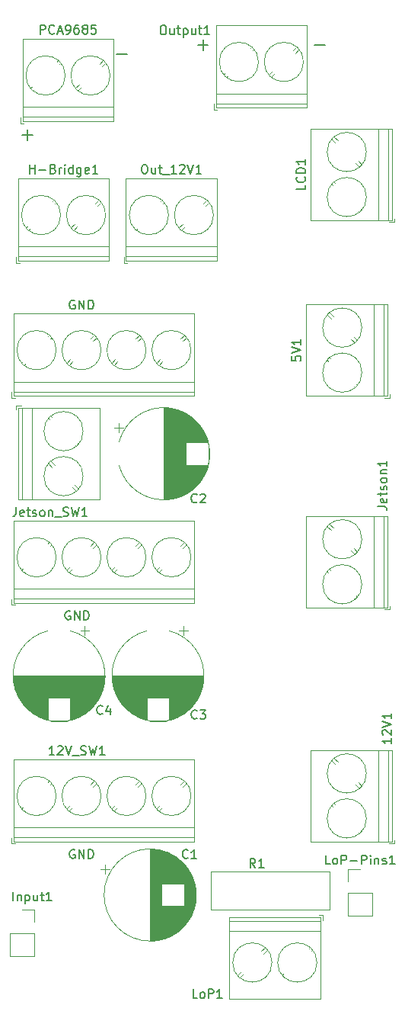
<source format=gbr>
%TF.GenerationSoftware,KiCad,Pcbnew,8.0.2*%
%TF.CreationDate,2024-06-25T22:05:52+02:00*%
%TF.ProjectId,Robo_V2.0-Stromverteilung,526f626f-5f56-4322-9e30-2d5374726f6d,rev?*%
%TF.SameCoordinates,Original*%
%TF.FileFunction,Legend,Top*%
%TF.FilePolarity,Positive*%
%FSLAX46Y46*%
G04 Gerber Fmt 4.6, Leading zero omitted, Abs format (unit mm)*
G04 Created by KiCad (PCBNEW 8.0.2) date 2024-06-25 22:05:52*
%MOMM*%
%LPD*%
G01*
G04 APERTURE LIST*
%ADD10C,0.187500*%
%ADD11C,0.150000*%
%ADD12C,0.120000*%
G04 APERTURE END LIST*
D10*
X59428571Y-46612750D02*
X60571429Y-46612750D01*
X60000000Y-47184178D02*
X60000000Y-46041321D01*
X69928571Y-37612750D02*
X71071429Y-37612750D01*
X91928571Y-36612750D02*
X93071429Y-36612750D01*
X78928571Y-36612750D02*
X80071429Y-36612750D01*
X79500000Y-37184178D02*
X79500000Y-36041321D01*
X65238095Y-65000488D02*
X65142857Y-64952869D01*
X65142857Y-64952869D02*
X65000000Y-64952869D01*
X65000000Y-64952869D02*
X64857143Y-65000488D01*
X64857143Y-65000488D02*
X64761905Y-65095726D01*
X64761905Y-65095726D02*
X64714286Y-65190964D01*
X64714286Y-65190964D02*
X64666667Y-65381440D01*
X64666667Y-65381440D02*
X64666667Y-65524297D01*
X64666667Y-65524297D02*
X64714286Y-65714773D01*
X64714286Y-65714773D02*
X64761905Y-65810011D01*
X64761905Y-65810011D02*
X64857143Y-65905250D01*
X64857143Y-65905250D02*
X65000000Y-65952869D01*
X65000000Y-65952869D02*
X65095238Y-65952869D01*
X65095238Y-65952869D02*
X65238095Y-65905250D01*
X65238095Y-65905250D02*
X65285714Y-65857630D01*
X65285714Y-65857630D02*
X65285714Y-65524297D01*
X65285714Y-65524297D02*
X65095238Y-65524297D01*
X65714286Y-65952869D02*
X65714286Y-64952869D01*
X65714286Y-64952869D02*
X66285714Y-65952869D01*
X66285714Y-65952869D02*
X66285714Y-64952869D01*
X66761905Y-65952869D02*
X66761905Y-64952869D01*
X66761905Y-64952869D02*
X67000000Y-64952869D01*
X67000000Y-64952869D02*
X67142857Y-65000488D01*
X67142857Y-65000488D02*
X67238095Y-65095726D01*
X67238095Y-65095726D02*
X67285714Y-65190964D01*
X67285714Y-65190964D02*
X67333333Y-65381440D01*
X67333333Y-65381440D02*
X67333333Y-65524297D01*
X67333333Y-65524297D02*
X67285714Y-65714773D01*
X67285714Y-65714773D02*
X67238095Y-65810011D01*
X67238095Y-65810011D02*
X67142857Y-65905250D01*
X67142857Y-65905250D02*
X67000000Y-65952869D01*
X67000000Y-65952869D02*
X66761905Y-65952869D01*
X65238095Y-126000488D02*
X65142857Y-125952869D01*
X65142857Y-125952869D02*
X65000000Y-125952869D01*
X65000000Y-125952869D02*
X64857143Y-126000488D01*
X64857143Y-126000488D02*
X64761905Y-126095726D01*
X64761905Y-126095726D02*
X64714286Y-126190964D01*
X64714286Y-126190964D02*
X64666667Y-126381440D01*
X64666667Y-126381440D02*
X64666667Y-126524297D01*
X64666667Y-126524297D02*
X64714286Y-126714773D01*
X64714286Y-126714773D02*
X64761905Y-126810011D01*
X64761905Y-126810011D02*
X64857143Y-126905250D01*
X64857143Y-126905250D02*
X65000000Y-126952869D01*
X65000000Y-126952869D02*
X65095238Y-126952869D01*
X65095238Y-126952869D02*
X65238095Y-126905250D01*
X65238095Y-126905250D02*
X65285714Y-126857630D01*
X65285714Y-126857630D02*
X65285714Y-126524297D01*
X65285714Y-126524297D02*
X65095238Y-126524297D01*
X65714286Y-126952869D02*
X65714286Y-125952869D01*
X65714286Y-125952869D02*
X66285714Y-126952869D01*
X66285714Y-126952869D02*
X66285714Y-125952869D01*
X66761905Y-126952869D02*
X66761905Y-125952869D01*
X66761905Y-125952869D02*
X67000000Y-125952869D01*
X67000000Y-125952869D02*
X67142857Y-126000488D01*
X67142857Y-126000488D02*
X67238095Y-126095726D01*
X67238095Y-126095726D02*
X67285714Y-126190964D01*
X67285714Y-126190964D02*
X67333333Y-126381440D01*
X67333333Y-126381440D02*
X67333333Y-126524297D01*
X67333333Y-126524297D02*
X67285714Y-126714773D01*
X67285714Y-126714773D02*
X67238095Y-126810011D01*
X67238095Y-126810011D02*
X67142857Y-126905250D01*
X67142857Y-126905250D02*
X67000000Y-126952869D01*
X67000000Y-126952869D02*
X66761905Y-126952869D01*
X64738095Y-99500488D02*
X64642857Y-99452869D01*
X64642857Y-99452869D02*
X64500000Y-99452869D01*
X64500000Y-99452869D02*
X64357143Y-99500488D01*
X64357143Y-99500488D02*
X64261905Y-99595726D01*
X64261905Y-99595726D02*
X64214286Y-99690964D01*
X64214286Y-99690964D02*
X64166667Y-99881440D01*
X64166667Y-99881440D02*
X64166667Y-100024297D01*
X64166667Y-100024297D02*
X64214286Y-100214773D01*
X64214286Y-100214773D02*
X64261905Y-100310011D01*
X64261905Y-100310011D02*
X64357143Y-100405250D01*
X64357143Y-100405250D02*
X64500000Y-100452869D01*
X64500000Y-100452869D02*
X64595238Y-100452869D01*
X64595238Y-100452869D02*
X64738095Y-100405250D01*
X64738095Y-100405250D02*
X64785714Y-100357630D01*
X64785714Y-100357630D02*
X64785714Y-100024297D01*
X64785714Y-100024297D02*
X64595238Y-100024297D01*
X65214286Y-100452869D02*
X65214286Y-99452869D01*
X65214286Y-99452869D02*
X65785714Y-100452869D01*
X65785714Y-100452869D02*
X65785714Y-99452869D01*
X66261905Y-100452869D02*
X66261905Y-99452869D01*
X66261905Y-99452869D02*
X66500000Y-99452869D01*
X66500000Y-99452869D02*
X66642857Y-99500488D01*
X66642857Y-99500488D02*
X66738095Y-99595726D01*
X66738095Y-99595726D02*
X66785714Y-99690964D01*
X66785714Y-99690964D02*
X66833333Y-99881440D01*
X66833333Y-99881440D02*
X66833333Y-100024297D01*
X66833333Y-100024297D02*
X66785714Y-100214773D01*
X66785714Y-100214773D02*
X66738095Y-100310011D01*
X66738095Y-100310011D02*
X66642857Y-100405250D01*
X66642857Y-100405250D02*
X66500000Y-100452869D01*
X66500000Y-100452869D02*
X66261905Y-100452869D01*
D11*
X58714285Y-87954819D02*
X58714285Y-88669104D01*
X58714285Y-88669104D02*
X58666666Y-88811961D01*
X58666666Y-88811961D02*
X58571428Y-88907200D01*
X58571428Y-88907200D02*
X58428571Y-88954819D01*
X58428571Y-88954819D02*
X58333333Y-88954819D01*
X59571428Y-88907200D02*
X59476190Y-88954819D01*
X59476190Y-88954819D02*
X59285714Y-88954819D01*
X59285714Y-88954819D02*
X59190476Y-88907200D01*
X59190476Y-88907200D02*
X59142857Y-88811961D01*
X59142857Y-88811961D02*
X59142857Y-88431009D01*
X59142857Y-88431009D02*
X59190476Y-88335771D01*
X59190476Y-88335771D02*
X59285714Y-88288152D01*
X59285714Y-88288152D02*
X59476190Y-88288152D01*
X59476190Y-88288152D02*
X59571428Y-88335771D01*
X59571428Y-88335771D02*
X59619047Y-88431009D01*
X59619047Y-88431009D02*
X59619047Y-88526247D01*
X59619047Y-88526247D02*
X59142857Y-88621485D01*
X59904762Y-88288152D02*
X60285714Y-88288152D01*
X60047619Y-87954819D02*
X60047619Y-88811961D01*
X60047619Y-88811961D02*
X60095238Y-88907200D01*
X60095238Y-88907200D02*
X60190476Y-88954819D01*
X60190476Y-88954819D02*
X60285714Y-88954819D01*
X60571429Y-88907200D02*
X60666667Y-88954819D01*
X60666667Y-88954819D02*
X60857143Y-88954819D01*
X60857143Y-88954819D02*
X60952381Y-88907200D01*
X60952381Y-88907200D02*
X61000000Y-88811961D01*
X61000000Y-88811961D02*
X61000000Y-88764342D01*
X61000000Y-88764342D02*
X60952381Y-88669104D01*
X60952381Y-88669104D02*
X60857143Y-88621485D01*
X60857143Y-88621485D02*
X60714286Y-88621485D01*
X60714286Y-88621485D02*
X60619048Y-88573866D01*
X60619048Y-88573866D02*
X60571429Y-88478628D01*
X60571429Y-88478628D02*
X60571429Y-88431009D01*
X60571429Y-88431009D02*
X60619048Y-88335771D01*
X60619048Y-88335771D02*
X60714286Y-88288152D01*
X60714286Y-88288152D02*
X60857143Y-88288152D01*
X60857143Y-88288152D02*
X60952381Y-88335771D01*
X61571429Y-88954819D02*
X61476191Y-88907200D01*
X61476191Y-88907200D02*
X61428572Y-88859580D01*
X61428572Y-88859580D02*
X61380953Y-88764342D01*
X61380953Y-88764342D02*
X61380953Y-88478628D01*
X61380953Y-88478628D02*
X61428572Y-88383390D01*
X61428572Y-88383390D02*
X61476191Y-88335771D01*
X61476191Y-88335771D02*
X61571429Y-88288152D01*
X61571429Y-88288152D02*
X61714286Y-88288152D01*
X61714286Y-88288152D02*
X61809524Y-88335771D01*
X61809524Y-88335771D02*
X61857143Y-88383390D01*
X61857143Y-88383390D02*
X61904762Y-88478628D01*
X61904762Y-88478628D02*
X61904762Y-88764342D01*
X61904762Y-88764342D02*
X61857143Y-88859580D01*
X61857143Y-88859580D02*
X61809524Y-88907200D01*
X61809524Y-88907200D02*
X61714286Y-88954819D01*
X61714286Y-88954819D02*
X61571429Y-88954819D01*
X62333334Y-88288152D02*
X62333334Y-88954819D01*
X62333334Y-88383390D02*
X62380953Y-88335771D01*
X62380953Y-88335771D02*
X62476191Y-88288152D01*
X62476191Y-88288152D02*
X62619048Y-88288152D01*
X62619048Y-88288152D02*
X62714286Y-88335771D01*
X62714286Y-88335771D02*
X62761905Y-88431009D01*
X62761905Y-88431009D02*
X62761905Y-88954819D01*
X63000001Y-89050057D02*
X63761905Y-89050057D01*
X63952382Y-88907200D02*
X64095239Y-88954819D01*
X64095239Y-88954819D02*
X64333334Y-88954819D01*
X64333334Y-88954819D02*
X64428572Y-88907200D01*
X64428572Y-88907200D02*
X64476191Y-88859580D01*
X64476191Y-88859580D02*
X64523810Y-88764342D01*
X64523810Y-88764342D02*
X64523810Y-88669104D01*
X64523810Y-88669104D02*
X64476191Y-88573866D01*
X64476191Y-88573866D02*
X64428572Y-88526247D01*
X64428572Y-88526247D02*
X64333334Y-88478628D01*
X64333334Y-88478628D02*
X64142858Y-88431009D01*
X64142858Y-88431009D02*
X64047620Y-88383390D01*
X64047620Y-88383390D02*
X64000001Y-88335771D01*
X64000001Y-88335771D02*
X63952382Y-88240533D01*
X63952382Y-88240533D02*
X63952382Y-88145295D01*
X63952382Y-88145295D02*
X64000001Y-88050057D01*
X64000001Y-88050057D02*
X64047620Y-88002438D01*
X64047620Y-88002438D02*
X64142858Y-87954819D01*
X64142858Y-87954819D02*
X64380953Y-87954819D01*
X64380953Y-87954819D02*
X64523810Y-88002438D01*
X64857144Y-87954819D02*
X65095239Y-88954819D01*
X65095239Y-88954819D02*
X65285715Y-88240533D01*
X65285715Y-88240533D02*
X65476191Y-88954819D01*
X65476191Y-88954819D02*
X65714287Y-87954819D01*
X66619048Y-88954819D02*
X66047620Y-88954819D01*
X66333334Y-88954819D02*
X66333334Y-87954819D01*
X66333334Y-87954819D02*
X66238096Y-88097676D01*
X66238096Y-88097676D02*
X66142858Y-88192914D01*
X66142858Y-88192914D02*
X66047620Y-88240533D01*
X89394819Y-71166666D02*
X89394819Y-71642856D01*
X89394819Y-71642856D02*
X89871009Y-71690475D01*
X89871009Y-71690475D02*
X89823390Y-71642856D01*
X89823390Y-71642856D02*
X89775771Y-71547618D01*
X89775771Y-71547618D02*
X89775771Y-71309523D01*
X89775771Y-71309523D02*
X89823390Y-71214285D01*
X89823390Y-71214285D02*
X89871009Y-71166666D01*
X89871009Y-71166666D02*
X89966247Y-71119047D01*
X89966247Y-71119047D02*
X90204342Y-71119047D01*
X90204342Y-71119047D02*
X90299580Y-71166666D01*
X90299580Y-71166666D02*
X90347200Y-71214285D01*
X90347200Y-71214285D02*
X90394819Y-71309523D01*
X90394819Y-71309523D02*
X90394819Y-71547618D01*
X90394819Y-71547618D02*
X90347200Y-71642856D01*
X90347200Y-71642856D02*
X90299580Y-71690475D01*
X89394819Y-70833332D02*
X90394819Y-70499999D01*
X90394819Y-70499999D02*
X89394819Y-70166666D01*
X90394819Y-69309523D02*
X90394819Y-69880951D01*
X90394819Y-69595237D02*
X89394819Y-69595237D01*
X89394819Y-69595237D02*
X89537676Y-69690475D01*
X89537676Y-69690475D02*
X89632914Y-69785713D01*
X89632914Y-69785713D02*
X89680533Y-69880951D01*
X62976190Y-115454819D02*
X62404762Y-115454819D01*
X62690476Y-115454819D02*
X62690476Y-114454819D01*
X62690476Y-114454819D02*
X62595238Y-114597676D01*
X62595238Y-114597676D02*
X62500000Y-114692914D01*
X62500000Y-114692914D02*
X62404762Y-114740533D01*
X63357143Y-114550057D02*
X63404762Y-114502438D01*
X63404762Y-114502438D02*
X63500000Y-114454819D01*
X63500000Y-114454819D02*
X63738095Y-114454819D01*
X63738095Y-114454819D02*
X63833333Y-114502438D01*
X63833333Y-114502438D02*
X63880952Y-114550057D01*
X63880952Y-114550057D02*
X63928571Y-114645295D01*
X63928571Y-114645295D02*
X63928571Y-114740533D01*
X63928571Y-114740533D02*
X63880952Y-114883390D01*
X63880952Y-114883390D02*
X63309524Y-115454819D01*
X63309524Y-115454819D02*
X63928571Y-115454819D01*
X64214286Y-114454819D02*
X64547619Y-115454819D01*
X64547619Y-115454819D02*
X64880952Y-114454819D01*
X64976191Y-115550057D02*
X65738095Y-115550057D01*
X65928572Y-115407200D02*
X66071429Y-115454819D01*
X66071429Y-115454819D02*
X66309524Y-115454819D01*
X66309524Y-115454819D02*
X66404762Y-115407200D01*
X66404762Y-115407200D02*
X66452381Y-115359580D01*
X66452381Y-115359580D02*
X66500000Y-115264342D01*
X66500000Y-115264342D02*
X66500000Y-115169104D01*
X66500000Y-115169104D02*
X66452381Y-115073866D01*
X66452381Y-115073866D02*
X66404762Y-115026247D01*
X66404762Y-115026247D02*
X66309524Y-114978628D01*
X66309524Y-114978628D02*
X66119048Y-114931009D01*
X66119048Y-114931009D02*
X66023810Y-114883390D01*
X66023810Y-114883390D02*
X65976191Y-114835771D01*
X65976191Y-114835771D02*
X65928572Y-114740533D01*
X65928572Y-114740533D02*
X65928572Y-114645295D01*
X65928572Y-114645295D02*
X65976191Y-114550057D01*
X65976191Y-114550057D02*
X66023810Y-114502438D01*
X66023810Y-114502438D02*
X66119048Y-114454819D01*
X66119048Y-114454819D02*
X66357143Y-114454819D01*
X66357143Y-114454819D02*
X66500000Y-114502438D01*
X66833334Y-114454819D02*
X67071429Y-115454819D01*
X67071429Y-115454819D02*
X67261905Y-114740533D01*
X67261905Y-114740533D02*
X67452381Y-115454819D01*
X67452381Y-115454819D02*
X67690477Y-114454819D01*
X68595238Y-115454819D02*
X68023810Y-115454819D01*
X68309524Y-115454819D02*
X68309524Y-114454819D01*
X68309524Y-114454819D02*
X68214286Y-114597676D01*
X68214286Y-114597676D02*
X68119048Y-114692914D01*
X68119048Y-114692914D02*
X68023810Y-114740533D01*
X78833333Y-87359580D02*
X78785714Y-87407200D01*
X78785714Y-87407200D02*
X78642857Y-87454819D01*
X78642857Y-87454819D02*
X78547619Y-87454819D01*
X78547619Y-87454819D02*
X78404762Y-87407200D01*
X78404762Y-87407200D02*
X78309524Y-87311961D01*
X78309524Y-87311961D02*
X78261905Y-87216723D01*
X78261905Y-87216723D02*
X78214286Y-87026247D01*
X78214286Y-87026247D02*
X78214286Y-86883390D01*
X78214286Y-86883390D02*
X78261905Y-86692914D01*
X78261905Y-86692914D02*
X78309524Y-86597676D01*
X78309524Y-86597676D02*
X78404762Y-86502438D01*
X78404762Y-86502438D02*
X78547619Y-86454819D01*
X78547619Y-86454819D02*
X78642857Y-86454819D01*
X78642857Y-86454819D02*
X78785714Y-86502438D01*
X78785714Y-86502438D02*
X78833333Y-86550057D01*
X79214286Y-86550057D02*
X79261905Y-86502438D01*
X79261905Y-86502438D02*
X79357143Y-86454819D01*
X79357143Y-86454819D02*
X79595238Y-86454819D01*
X79595238Y-86454819D02*
X79690476Y-86502438D01*
X79690476Y-86502438D02*
X79738095Y-86550057D01*
X79738095Y-86550057D02*
X79785714Y-86645295D01*
X79785714Y-86645295D02*
X79785714Y-86740533D01*
X79785714Y-86740533D02*
X79738095Y-86883390D01*
X79738095Y-86883390D02*
X79166667Y-87454819D01*
X79166667Y-87454819D02*
X79785714Y-87454819D01*
X78833333Y-111359580D02*
X78785714Y-111407200D01*
X78785714Y-111407200D02*
X78642857Y-111454819D01*
X78642857Y-111454819D02*
X78547619Y-111454819D01*
X78547619Y-111454819D02*
X78404762Y-111407200D01*
X78404762Y-111407200D02*
X78309524Y-111311961D01*
X78309524Y-111311961D02*
X78261905Y-111216723D01*
X78261905Y-111216723D02*
X78214286Y-111026247D01*
X78214286Y-111026247D02*
X78214286Y-110883390D01*
X78214286Y-110883390D02*
X78261905Y-110692914D01*
X78261905Y-110692914D02*
X78309524Y-110597676D01*
X78309524Y-110597676D02*
X78404762Y-110502438D01*
X78404762Y-110502438D02*
X78547619Y-110454819D01*
X78547619Y-110454819D02*
X78642857Y-110454819D01*
X78642857Y-110454819D02*
X78785714Y-110502438D01*
X78785714Y-110502438D02*
X78833333Y-110550057D01*
X79166667Y-110454819D02*
X79785714Y-110454819D01*
X79785714Y-110454819D02*
X79452381Y-110835771D01*
X79452381Y-110835771D02*
X79595238Y-110835771D01*
X79595238Y-110835771D02*
X79690476Y-110883390D01*
X79690476Y-110883390D02*
X79738095Y-110931009D01*
X79738095Y-110931009D02*
X79785714Y-111026247D01*
X79785714Y-111026247D02*
X79785714Y-111264342D01*
X79785714Y-111264342D02*
X79738095Y-111359580D01*
X79738095Y-111359580D02*
X79690476Y-111407200D01*
X79690476Y-111407200D02*
X79595238Y-111454819D01*
X79595238Y-111454819D02*
X79309524Y-111454819D01*
X79309524Y-111454819D02*
X79214286Y-111407200D01*
X79214286Y-111407200D02*
X79166667Y-111359580D01*
X74999999Y-34454819D02*
X75190475Y-34454819D01*
X75190475Y-34454819D02*
X75285713Y-34502438D01*
X75285713Y-34502438D02*
X75380951Y-34597676D01*
X75380951Y-34597676D02*
X75428570Y-34788152D01*
X75428570Y-34788152D02*
X75428570Y-35121485D01*
X75428570Y-35121485D02*
X75380951Y-35311961D01*
X75380951Y-35311961D02*
X75285713Y-35407200D01*
X75285713Y-35407200D02*
X75190475Y-35454819D01*
X75190475Y-35454819D02*
X74999999Y-35454819D01*
X74999999Y-35454819D02*
X74904761Y-35407200D01*
X74904761Y-35407200D02*
X74809523Y-35311961D01*
X74809523Y-35311961D02*
X74761904Y-35121485D01*
X74761904Y-35121485D02*
X74761904Y-34788152D01*
X74761904Y-34788152D02*
X74809523Y-34597676D01*
X74809523Y-34597676D02*
X74904761Y-34502438D01*
X74904761Y-34502438D02*
X74999999Y-34454819D01*
X76285713Y-34788152D02*
X76285713Y-35454819D01*
X75857142Y-34788152D02*
X75857142Y-35311961D01*
X75857142Y-35311961D02*
X75904761Y-35407200D01*
X75904761Y-35407200D02*
X75999999Y-35454819D01*
X75999999Y-35454819D02*
X76142856Y-35454819D01*
X76142856Y-35454819D02*
X76238094Y-35407200D01*
X76238094Y-35407200D02*
X76285713Y-35359580D01*
X76619047Y-34788152D02*
X76999999Y-34788152D01*
X76761904Y-34454819D02*
X76761904Y-35311961D01*
X76761904Y-35311961D02*
X76809523Y-35407200D01*
X76809523Y-35407200D02*
X76904761Y-35454819D01*
X76904761Y-35454819D02*
X76999999Y-35454819D01*
X77333333Y-34788152D02*
X77333333Y-35788152D01*
X77333333Y-34835771D02*
X77428571Y-34788152D01*
X77428571Y-34788152D02*
X77619047Y-34788152D01*
X77619047Y-34788152D02*
X77714285Y-34835771D01*
X77714285Y-34835771D02*
X77761904Y-34883390D01*
X77761904Y-34883390D02*
X77809523Y-34978628D01*
X77809523Y-34978628D02*
X77809523Y-35264342D01*
X77809523Y-35264342D02*
X77761904Y-35359580D01*
X77761904Y-35359580D02*
X77714285Y-35407200D01*
X77714285Y-35407200D02*
X77619047Y-35454819D01*
X77619047Y-35454819D02*
X77428571Y-35454819D01*
X77428571Y-35454819D02*
X77333333Y-35407200D01*
X78666666Y-34788152D02*
X78666666Y-35454819D01*
X78238095Y-34788152D02*
X78238095Y-35311961D01*
X78238095Y-35311961D02*
X78285714Y-35407200D01*
X78285714Y-35407200D02*
X78380952Y-35454819D01*
X78380952Y-35454819D02*
X78523809Y-35454819D01*
X78523809Y-35454819D02*
X78619047Y-35407200D01*
X78619047Y-35407200D02*
X78666666Y-35359580D01*
X79000000Y-34788152D02*
X79380952Y-34788152D01*
X79142857Y-34454819D02*
X79142857Y-35311961D01*
X79142857Y-35311961D02*
X79190476Y-35407200D01*
X79190476Y-35407200D02*
X79285714Y-35454819D01*
X79285714Y-35454819D02*
X79380952Y-35454819D01*
X80238095Y-35454819D02*
X79666667Y-35454819D01*
X79952381Y-35454819D02*
X79952381Y-34454819D01*
X79952381Y-34454819D02*
X79857143Y-34597676D01*
X79857143Y-34597676D02*
X79761905Y-34692914D01*
X79761905Y-34692914D02*
X79666667Y-34740533D01*
X72928571Y-49894819D02*
X73119047Y-49894819D01*
X73119047Y-49894819D02*
X73214285Y-49942438D01*
X73214285Y-49942438D02*
X73309523Y-50037676D01*
X73309523Y-50037676D02*
X73357142Y-50228152D01*
X73357142Y-50228152D02*
X73357142Y-50561485D01*
X73357142Y-50561485D02*
X73309523Y-50751961D01*
X73309523Y-50751961D02*
X73214285Y-50847200D01*
X73214285Y-50847200D02*
X73119047Y-50894819D01*
X73119047Y-50894819D02*
X72928571Y-50894819D01*
X72928571Y-50894819D02*
X72833333Y-50847200D01*
X72833333Y-50847200D02*
X72738095Y-50751961D01*
X72738095Y-50751961D02*
X72690476Y-50561485D01*
X72690476Y-50561485D02*
X72690476Y-50228152D01*
X72690476Y-50228152D02*
X72738095Y-50037676D01*
X72738095Y-50037676D02*
X72833333Y-49942438D01*
X72833333Y-49942438D02*
X72928571Y-49894819D01*
X74214285Y-50228152D02*
X74214285Y-50894819D01*
X73785714Y-50228152D02*
X73785714Y-50751961D01*
X73785714Y-50751961D02*
X73833333Y-50847200D01*
X73833333Y-50847200D02*
X73928571Y-50894819D01*
X73928571Y-50894819D02*
X74071428Y-50894819D01*
X74071428Y-50894819D02*
X74166666Y-50847200D01*
X74166666Y-50847200D02*
X74214285Y-50799580D01*
X74547619Y-50228152D02*
X74928571Y-50228152D01*
X74690476Y-49894819D02*
X74690476Y-50751961D01*
X74690476Y-50751961D02*
X74738095Y-50847200D01*
X74738095Y-50847200D02*
X74833333Y-50894819D01*
X74833333Y-50894819D02*
X74928571Y-50894819D01*
X75023810Y-50990057D02*
X75785714Y-50990057D01*
X76547619Y-50894819D02*
X75976191Y-50894819D01*
X76261905Y-50894819D02*
X76261905Y-49894819D01*
X76261905Y-49894819D02*
X76166667Y-50037676D01*
X76166667Y-50037676D02*
X76071429Y-50132914D01*
X76071429Y-50132914D02*
X75976191Y-50180533D01*
X76928572Y-49990057D02*
X76976191Y-49942438D01*
X76976191Y-49942438D02*
X77071429Y-49894819D01*
X77071429Y-49894819D02*
X77309524Y-49894819D01*
X77309524Y-49894819D02*
X77404762Y-49942438D01*
X77404762Y-49942438D02*
X77452381Y-49990057D01*
X77452381Y-49990057D02*
X77500000Y-50085295D01*
X77500000Y-50085295D02*
X77500000Y-50180533D01*
X77500000Y-50180533D02*
X77452381Y-50323390D01*
X77452381Y-50323390D02*
X76880953Y-50894819D01*
X76880953Y-50894819D02*
X77500000Y-50894819D01*
X77785715Y-49894819D02*
X78119048Y-50894819D01*
X78119048Y-50894819D02*
X78452381Y-49894819D01*
X79309524Y-50894819D02*
X78738096Y-50894819D01*
X79023810Y-50894819D02*
X79023810Y-49894819D01*
X79023810Y-49894819D02*
X78928572Y-50037676D01*
X78928572Y-50037676D02*
X78833334Y-50132914D01*
X78833334Y-50132914D02*
X78738096Y-50180533D01*
X98954819Y-87857143D02*
X99669104Y-87857143D01*
X99669104Y-87857143D02*
X99811961Y-87904762D01*
X99811961Y-87904762D02*
X99907200Y-88000000D01*
X99907200Y-88000000D02*
X99954819Y-88142857D01*
X99954819Y-88142857D02*
X99954819Y-88238095D01*
X99907200Y-87000000D02*
X99954819Y-87095238D01*
X99954819Y-87095238D02*
X99954819Y-87285714D01*
X99954819Y-87285714D02*
X99907200Y-87380952D01*
X99907200Y-87380952D02*
X99811961Y-87428571D01*
X99811961Y-87428571D02*
X99431009Y-87428571D01*
X99431009Y-87428571D02*
X99335771Y-87380952D01*
X99335771Y-87380952D02*
X99288152Y-87285714D01*
X99288152Y-87285714D02*
X99288152Y-87095238D01*
X99288152Y-87095238D02*
X99335771Y-87000000D01*
X99335771Y-87000000D02*
X99431009Y-86952381D01*
X99431009Y-86952381D02*
X99526247Y-86952381D01*
X99526247Y-86952381D02*
X99621485Y-87428571D01*
X99288152Y-86666666D02*
X99288152Y-86285714D01*
X98954819Y-86523809D02*
X99811961Y-86523809D01*
X99811961Y-86523809D02*
X99907200Y-86476190D01*
X99907200Y-86476190D02*
X99954819Y-86380952D01*
X99954819Y-86380952D02*
X99954819Y-86285714D01*
X99907200Y-85999999D02*
X99954819Y-85904761D01*
X99954819Y-85904761D02*
X99954819Y-85714285D01*
X99954819Y-85714285D02*
X99907200Y-85619047D01*
X99907200Y-85619047D02*
X99811961Y-85571428D01*
X99811961Y-85571428D02*
X99764342Y-85571428D01*
X99764342Y-85571428D02*
X99669104Y-85619047D01*
X99669104Y-85619047D02*
X99621485Y-85714285D01*
X99621485Y-85714285D02*
X99621485Y-85857142D01*
X99621485Y-85857142D02*
X99573866Y-85952380D01*
X99573866Y-85952380D02*
X99478628Y-85999999D01*
X99478628Y-85999999D02*
X99431009Y-85999999D01*
X99431009Y-85999999D02*
X99335771Y-85952380D01*
X99335771Y-85952380D02*
X99288152Y-85857142D01*
X99288152Y-85857142D02*
X99288152Y-85714285D01*
X99288152Y-85714285D02*
X99335771Y-85619047D01*
X99954819Y-84999999D02*
X99907200Y-85095237D01*
X99907200Y-85095237D02*
X99859580Y-85142856D01*
X99859580Y-85142856D02*
X99764342Y-85190475D01*
X99764342Y-85190475D02*
X99478628Y-85190475D01*
X99478628Y-85190475D02*
X99383390Y-85142856D01*
X99383390Y-85142856D02*
X99335771Y-85095237D01*
X99335771Y-85095237D02*
X99288152Y-84999999D01*
X99288152Y-84999999D02*
X99288152Y-84857142D01*
X99288152Y-84857142D02*
X99335771Y-84761904D01*
X99335771Y-84761904D02*
X99383390Y-84714285D01*
X99383390Y-84714285D02*
X99478628Y-84666666D01*
X99478628Y-84666666D02*
X99764342Y-84666666D01*
X99764342Y-84666666D02*
X99859580Y-84714285D01*
X99859580Y-84714285D02*
X99907200Y-84761904D01*
X99907200Y-84761904D02*
X99954819Y-84857142D01*
X99954819Y-84857142D02*
X99954819Y-84999999D01*
X99288152Y-84238094D02*
X99954819Y-84238094D01*
X99383390Y-84238094D02*
X99335771Y-84190475D01*
X99335771Y-84190475D02*
X99288152Y-84095237D01*
X99288152Y-84095237D02*
X99288152Y-83952380D01*
X99288152Y-83952380D02*
X99335771Y-83857142D01*
X99335771Y-83857142D02*
X99431009Y-83809523D01*
X99431009Y-83809523D02*
X99954819Y-83809523D01*
X99954819Y-82809523D02*
X99954819Y-83380951D01*
X99954819Y-83095237D02*
X98954819Y-83095237D01*
X98954819Y-83095237D02*
X99097676Y-83190475D01*
X99097676Y-83190475D02*
X99192914Y-83285713D01*
X99192914Y-83285713D02*
X99240533Y-83380951D01*
X68333333Y-110859580D02*
X68285714Y-110907200D01*
X68285714Y-110907200D02*
X68142857Y-110954819D01*
X68142857Y-110954819D02*
X68047619Y-110954819D01*
X68047619Y-110954819D02*
X67904762Y-110907200D01*
X67904762Y-110907200D02*
X67809524Y-110811961D01*
X67809524Y-110811961D02*
X67761905Y-110716723D01*
X67761905Y-110716723D02*
X67714286Y-110526247D01*
X67714286Y-110526247D02*
X67714286Y-110383390D01*
X67714286Y-110383390D02*
X67761905Y-110192914D01*
X67761905Y-110192914D02*
X67809524Y-110097676D01*
X67809524Y-110097676D02*
X67904762Y-110002438D01*
X67904762Y-110002438D02*
X68047619Y-109954819D01*
X68047619Y-109954819D02*
X68142857Y-109954819D01*
X68142857Y-109954819D02*
X68285714Y-110002438D01*
X68285714Y-110002438D02*
X68333333Y-110050057D01*
X69190476Y-110288152D02*
X69190476Y-110954819D01*
X68952381Y-109907200D02*
X68714286Y-110621485D01*
X68714286Y-110621485D02*
X69333333Y-110621485D01*
X58380952Y-131644819D02*
X58380952Y-130644819D01*
X58857142Y-130978152D02*
X58857142Y-131644819D01*
X58857142Y-131073390D02*
X58904761Y-131025771D01*
X58904761Y-131025771D02*
X58999999Y-130978152D01*
X58999999Y-130978152D02*
X59142856Y-130978152D01*
X59142856Y-130978152D02*
X59238094Y-131025771D01*
X59238094Y-131025771D02*
X59285713Y-131121009D01*
X59285713Y-131121009D02*
X59285713Y-131644819D01*
X59761904Y-130978152D02*
X59761904Y-131978152D01*
X59761904Y-131025771D02*
X59857142Y-130978152D01*
X59857142Y-130978152D02*
X60047618Y-130978152D01*
X60047618Y-130978152D02*
X60142856Y-131025771D01*
X60142856Y-131025771D02*
X60190475Y-131073390D01*
X60190475Y-131073390D02*
X60238094Y-131168628D01*
X60238094Y-131168628D02*
X60238094Y-131454342D01*
X60238094Y-131454342D02*
X60190475Y-131549580D01*
X60190475Y-131549580D02*
X60142856Y-131597200D01*
X60142856Y-131597200D02*
X60047618Y-131644819D01*
X60047618Y-131644819D02*
X59857142Y-131644819D01*
X59857142Y-131644819D02*
X59761904Y-131597200D01*
X61095237Y-130978152D02*
X61095237Y-131644819D01*
X60666666Y-130978152D02*
X60666666Y-131501961D01*
X60666666Y-131501961D02*
X60714285Y-131597200D01*
X60714285Y-131597200D02*
X60809523Y-131644819D01*
X60809523Y-131644819D02*
X60952380Y-131644819D01*
X60952380Y-131644819D02*
X61047618Y-131597200D01*
X61047618Y-131597200D02*
X61095237Y-131549580D01*
X61428571Y-130978152D02*
X61809523Y-130978152D01*
X61571428Y-130644819D02*
X61571428Y-131501961D01*
X61571428Y-131501961D02*
X61619047Y-131597200D01*
X61619047Y-131597200D02*
X61714285Y-131644819D01*
X61714285Y-131644819D02*
X61809523Y-131644819D01*
X62666666Y-131644819D02*
X62095238Y-131644819D01*
X62380952Y-131644819D02*
X62380952Y-130644819D01*
X62380952Y-130644819D02*
X62285714Y-130787676D01*
X62285714Y-130787676D02*
X62190476Y-130882914D01*
X62190476Y-130882914D02*
X62095238Y-130930533D01*
X85333333Y-127954819D02*
X85000000Y-127478628D01*
X84761905Y-127954819D02*
X84761905Y-126954819D01*
X84761905Y-126954819D02*
X85142857Y-126954819D01*
X85142857Y-126954819D02*
X85238095Y-127002438D01*
X85238095Y-127002438D02*
X85285714Y-127050057D01*
X85285714Y-127050057D02*
X85333333Y-127145295D01*
X85333333Y-127145295D02*
X85333333Y-127288152D01*
X85333333Y-127288152D02*
X85285714Y-127383390D01*
X85285714Y-127383390D02*
X85238095Y-127431009D01*
X85238095Y-127431009D02*
X85142857Y-127478628D01*
X85142857Y-127478628D02*
X84761905Y-127478628D01*
X86285714Y-127954819D02*
X85714286Y-127954819D01*
X86000000Y-127954819D02*
X86000000Y-126954819D01*
X86000000Y-126954819D02*
X85904762Y-127097676D01*
X85904762Y-127097676D02*
X85809524Y-127192914D01*
X85809524Y-127192914D02*
X85714286Y-127240533D01*
X77833333Y-126859580D02*
X77785714Y-126907200D01*
X77785714Y-126907200D02*
X77642857Y-126954819D01*
X77642857Y-126954819D02*
X77547619Y-126954819D01*
X77547619Y-126954819D02*
X77404762Y-126907200D01*
X77404762Y-126907200D02*
X77309524Y-126811961D01*
X77309524Y-126811961D02*
X77261905Y-126716723D01*
X77261905Y-126716723D02*
X77214286Y-126526247D01*
X77214286Y-126526247D02*
X77214286Y-126383390D01*
X77214286Y-126383390D02*
X77261905Y-126192914D01*
X77261905Y-126192914D02*
X77309524Y-126097676D01*
X77309524Y-126097676D02*
X77404762Y-126002438D01*
X77404762Y-126002438D02*
X77547619Y-125954819D01*
X77547619Y-125954819D02*
X77642857Y-125954819D01*
X77642857Y-125954819D02*
X77785714Y-126002438D01*
X77785714Y-126002438D02*
X77833333Y-126050057D01*
X78785714Y-126954819D02*
X78214286Y-126954819D01*
X78500000Y-126954819D02*
X78500000Y-125954819D01*
X78500000Y-125954819D02*
X78404762Y-126097676D01*
X78404762Y-126097676D02*
X78309524Y-126192914D01*
X78309524Y-126192914D02*
X78214286Y-126240533D01*
X60238095Y-50894819D02*
X60238095Y-49894819D01*
X60238095Y-50371009D02*
X60809523Y-50371009D01*
X60809523Y-50894819D02*
X60809523Y-49894819D01*
X61285714Y-50513866D02*
X62047619Y-50513866D01*
X62857142Y-50371009D02*
X62999999Y-50418628D01*
X62999999Y-50418628D02*
X63047618Y-50466247D01*
X63047618Y-50466247D02*
X63095237Y-50561485D01*
X63095237Y-50561485D02*
X63095237Y-50704342D01*
X63095237Y-50704342D02*
X63047618Y-50799580D01*
X63047618Y-50799580D02*
X62999999Y-50847200D01*
X62999999Y-50847200D02*
X62904761Y-50894819D01*
X62904761Y-50894819D02*
X62523809Y-50894819D01*
X62523809Y-50894819D02*
X62523809Y-49894819D01*
X62523809Y-49894819D02*
X62857142Y-49894819D01*
X62857142Y-49894819D02*
X62952380Y-49942438D01*
X62952380Y-49942438D02*
X62999999Y-49990057D01*
X62999999Y-49990057D02*
X63047618Y-50085295D01*
X63047618Y-50085295D02*
X63047618Y-50180533D01*
X63047618Y-50180533D02*
X62999999Y-50275771D01*
X62999999Y-50275771D02*
X62952380Y-50323390D01*
X62952380Y-50323390D02*
X62857142Y-50371009D01*
X62857142Y-50371009D02*
X62523809Y-50371009D01*
X63523809Y-50894819D02*
X63523809Y-50228152D01*
X63523809Y-50418628D02*
X63571428Y-50323390D01*
X63571428Y-50323390D02*
X63619047Y-50275771D01*
X63619047Y-50275771D02*
X63714285Y-50228152D01*
X63714285Y-50228152D02*
X63809523Y-50228152D01*
X64142857Y-50894819D02*
X64142857Y-50228152D01*
X64142857Y-49894819D02*
X64095238Y-49942438D01*
X64095238Y-49942438D02*
X64142857Y-49990057D01*
X64142857Y-49990057D02*
X64190476Y-49942438D01*
X64190476Y-49942438D02*
X64142857Y-49894819D01*
X64142857Y-49894819D02*
X64142857Y-49990057D01*
X65047618Y-50894819D02*
X65047618Y-49894819D01*
X65047618Y-50847200D02*
X64952380Y-50894819D01*
X64952380Y-50894819D02*
X64761904Y-50894819D01*
X64761904Y-50894819D02*
X64666666Y-50847200D01*
X64666666Y-50847200D02*
X64619047Y-50799580D01*
X64619047Y-50799580D02*
X64571428Y-50704342D01*
X64571428Y-50704342D02*
X64571428Y-50418628D01*
X64571428Y-50418628D02*
X64619047Y-50323390D01*
X64619047Y-50323390D02*
X64666666Y-50275771D01*
X64666666Y-50275771D02*
X64761904Y-50228152D01*
X64761904Y-50228152D02*
X64952380Y-50228152D01*
X64952380Y-50228152D02*
X65047618Y-50275771D01*
X65952380Y-50228152D02*
X65952380Y-51037676D01*
X65952380Y-51037676D02*
X65904761Y-51132914D01*
X65904761Y-51132914D02*
X65857142Y-51180533D01*
X65857142Y-51180533D02*
X65761904Y-51228152D01*
X65761904Y-51228152D02*
X65619047Y-51228152D01*
X65619047Y-51228152D02*
X65523809Y-51180533D01*
X65952380Y-50847200D02*
X65857142Y-50894819D01*
X65857142Y-50894819D02*
X65666666Y-50894819D01*
X65666666Y-50894819D02*
X65571428Y-50847200D01*
X65571428Y-50847200D02*
X65523809Y-50799580D01*
X65523809Y-50799580D02*
X65476190Y-50704342D01*
X65476190Y-50704342D02*
X65476190Y-50418628D01*
X65476190Y-50418628D02*
X65523809Y-50323390D01*
X65523809Y-50323390D02*
X65571428Y-50275771D01*
X65571428Y-50275771D02*
X65666666Y-50228152D01*
X65666666Y-50228152D02*
X65857142Y-50228152D01*
X65857142Y-50228152D02*
X65952380Y-50275771D01*
X66809523Y-50847200D02*
X66714285Y-50894819D01*
X66714285Y-50894819D02*
X66523809Y-50894819D01*
X66523809Y-50894819D02*
X66428571Y-50847200D01*
X66428571Y-50847200D02*
X66380952Y-50751961D01*
X66380952Y-50751961D02*
X66380952Y-50371009D01*
X66380952Y-50371009D02*
X66428571Y-50275771D01*
X66428571Y-50275771D02*
X66523809Y-50228152D01*
X66523809Y-50228152D02*
X66714285Y-50228152D01*
X66714285Y-50228152D02*
X66809523Y-50275771D01*
X66809523Y-50275771D02*
X66857142Y-50371009D01*
X66857142Y-50371009D02*
X66857142Y-50466247D01*
X66857142Y-50466247D02*
X66380952Y-50561485D01*
X67809523Y-50894819D02*
X67238095Y-50894819D01*
X67523809Y-50894819D02*
X67523809Y-49894819D01*
X67523809Y-49894819D02*
X67428571Y-50037676D01*
X67428571Y-50037676D02*
X67333333Y-50132914D01*
X67333333Y-50132914D02*
X67238095Y-50180533D01*
X100454819Y-113595238D02*
X100454819Y-114166666D01*
X100454819Y-113880952D02*
X99454819Y-113880952D01*
X99454819Y-113880952D02*
X99597676Y-113976190D01*
X99597676Y-113976190D02*
X99692914Y-114071428D01*
X99692914Y-114071428D02*
X99740533Y-114166666D01*
X99550057Y-113214285D02*
X99502438Y-113166666D01*
X99502438Y-113166666D02*
X99454819Y-113071428D01*
X99454819Y-113071428D02*
X99454819Y-112833333D01*
X99454819Y-112833333D02*
X99502438Y-112738095D01*
X99502438Y-112738095D02*
X99550057Y-112690476D01*
X99550057Y-112690476D02*
X99645295Y-112642857D01*
X99645295Y-112642857D02*
X99740533Y-112642857D01*
X99740533Y-112642857D02*
X99883390Y-112690476D01*
X99883390Y-112690476D02*
X100454819Y-113261904D01*
X100454819Y-113261904D02*
X100454819Y-112642857D01*
X99454819Y-112357142D02*
X100454819Y-112023809D01*
X100454819Y-112023809D02*
X99454819Y-111690476D01*
X100454819Y-110833333D02*
X100454819Y-111404761D01*
X100454819Y-111119047D02*
X99454819Y-111119047D01*
X99454819Y-111119047D02*
X99597676Y-111214285D01*
X99597676Y-111214285D02*
X99692914Y-111309523D01*
X99692914Y-111309523D02*
X99740533Y-111404761D01*
X78880952Y-142454819D02*
X78404762Y-142454819D01*
X78404762Y-142454819D02*
X78404762Y-141454819D01*
X79357143Y-142454819D02*
X79261905Y-142407200D01*
X79261905Y-142407200D02*
X79214286Y-142359580D01*
X79214286Y-142359580D02*
X79166667Y-142264342D01*
X79166667Y-142264342D02*
X79166667Y-141978628D01*
X79166667Y-141978628D02*
X79214286Y-141883390D01*
X79214286Y-141883390D02*
X79261905Y-141835771D01*
X79261905Y-141835771D02*
X79357143Y-141788152D01*
X79357143Y-141788152D02*
X79500000Y-141788152D01*
X79500000Y-141788152D02*
X79595238Y-141835771D01*
X79595238Y-141835771D02*
X79642857Y-141883390D01*
X79642857Y-141883390D02*
X79690476Y-141978628D01*
X79690476Y-141978628D02*
X79690476Y-142264342D01*
X79690476Y-142264342D02*
X79642857Y-142359580D01*
X79642857Y-142359580D02*
X79595238Y-142407200D01*
X79595238Y-142407200D02*
X79500000Y-142454819D01*
X79500000Y-142454819D02*
X79357143Y-142454819D01*
X80119048Y-142454819D02*
X80119048Y-141454819D01*
X80119048Y-141454819D02*
X80500000Y-141454819D01*
X80500000Y-141454819D02*
X80595238Y-141502438D01*
X80595238Y-141502438D02*
X80642857Y-141550057D01*
X80642857Y-141550057D02*
X80690476Y-141645295D01*
X80690476Y-141645295D02*
X80690476Y-141788152D01*
X80690476Y-141788152D02*
X80642857Y-141883390D01*
X80642857Y-141883390D02*
X80595238Y-141931009D01*
X80595238Y-141931009D02*
X80500000Y-141978628D01*
X80500000Y-141978628D02*
X80119048Y-141978628D01*
X81642857Y-142454819D02*
X81071429Y-142454819D01*
X81357143Y-142454819D02*
X81357143Y-141454819D01*
X81357143Y-141454819D02*
X81261905Y-141597676D01*
X81261905Y-141597676D02*
X81166667Y-141692914D01*
X81166667Y-141692914D02*
X81071429Y-141740533D01*
X61404762Y-35394819D02*
X61404762Y-34394819D01*
X61404762Y-34394819D02*
X61785714Y-34394819D01*
X61785714Y-34394819D02*
X61880952Y-34442438D01*
X61880952Y-34442438D02*
X61928571Y-34490057D01*
X61928571Y-34490057D02*
X61976190Y-34585295D01*
X61976190Y-34585295D02*
X61976190Y-34728152D01*
X61976190Y-34728152D02*
X61928571Y-34823390D01*
X61928571Y-34823390D02*
X61880952Y-34871009D01*
X61880952Y-34871009D02*
X61785714Y-34918628D01*
X61785714Y-34918628D02*
X61404762Y-34918628D01*
X62976190Y-35299580D02*
X62928571Y-35347200D01*
X62928571Y-35347200D02*
X62785714Y-35394819D01*
X62785714Y-35394819D02*
X62690476Y-35394819D01*
X62690476Y-35394819D02*
X62547619Y-35347200D01*
X62547619Y-35347200D02*
X62452381Y-35251961D01*
X62452381Y-35251961D02*
X62404762Y-35156723D01*
X62404762Y-35156723D02*
X62357143Y-34966247D01*
X62357143Y-34966247D02*
X62357143Y-34823390D01*
X62357143Y-34823390D02*
X62404762Y-34632914D01*
X62404762Y-34632914D02*
X62452381Y-34537676D01*
X62452381Y-34537676D02*
X62547619Y-34442438D01*
X62547619Y-34442438D02*
X62690476Y-34394819D01*
X62690476Y-34394819D02*
X62785714Y-34394819D01*
X62785714Y-34394819D02*
X62928571Y-34442438D01*
X62928571Y-34442438D02*
X62976190Y-34490057D01*
X63357143Y-35109104D02*
X63833333Y-35109104D01*
X63261905Y-35394819D02*
X63595238Y-34394819D01*
X63595238Y-34394819D02*
X63928571Y-35394819D01*
X64309524Y-35394819D02*
X64500000Y-35394819D01*
X64500000Y-35394819D02*
X64595238Y-35347200D01*
X64595238Y-35347200D02*
X64642857Y-35299580D01*
X64642857Y-35299580D02*
X64738095Y-35156723D01*
X64738095Y-35156723D02*
X64785714Y-34966247D01*
X64785714Y-34966247D02*
X64785714Y-34585295D01*
X64785714Y-34585295D02*
X64738095Y-34490057D01*
X64738095Y-34490057D02*
X64690476Y-34442438D01*
X64690476Y-34442438D02*
X64595238Y-34394819D01*
X64595238Y-34394819D02*
X64404762Y-34394819D01*
X64404762Y-34394819D02*
X64309524Y-34442438D01*
X64309524Y-34442438D02*
X64261905Y-34490057D01*
X64261905Y-34490057D02*
X64214286Y-34585295D01*
X64214286Y-34585295D02*
X64214286Y-34823390D01*
X64214286Y-34823390D02*
X64261905Y-34918628D01*
X64261905Y-34918628D02*
X64309524Y-34966247D01*
X64309524Y-34966247D02*
X64404762Y-35013866D01*
X64404762Y-35013866D02*
X64595238Y-35013866D01*
X64595238Y-35013866D02*
X64690476Y-34966247D01*
X64690476Y-34966247D02*
X64738095Y-34918628D01*
X64738095Y-34918628D02*
X64785714Y-34823390D01*
X65642857Y-34394819D02*
X65452381Y-34394819D01*
X65452381Y-34394819D02*
X65357143Y-34442438D01*
X65357143Y-34442438D02*
X65309524Y-34490057D01*
X65309524Y-34490057D02*
X65214286Y-34632914D01*
X65214286Y-34632914D02*
X65166667Y-34823390D01*
X65166667Y-34823390D02*
X65166667Y-35204342D01*
X65166667Y-35204342D02*
X65214286Y-35299580D01*
X65214286Y-35299580D02*
X65261905Y-35347200D01*
X65261905Y-35347200D02*
X65357143Y-35394819D01*
X65357143Y-35394819D02*
X65547619Y-35394819D01*
X65547619Y-35394819D02*
X65642857Y-35347200D01*
X65642857Y-35347200D02*
X65690476Y-35299580D01*
X65690476Y-35299580D02*
X65738095Y-35204342D01*
X65738095Y-35204342D02*
X65738095Y-34966247D01*
X65738095Y-34966247D02*
X65690476Y-34871009D01*
X65690476Y-34871009D02*
X65642857Y-34823390D01*
X65642857Y-34823390D02*
X65547619Y-34775771D01*
X65547619Y-34775771D02*
X65357143Y-34775771D01*
X65357143Y-34775771D02*
X65261905Y-34823390D01*
X65261905Y-34823390D02*
X65214286Y-34871009D01*
X65214286Y-34871009D02*
X65166667Y-34966247D01*
X66309524Y-34823390D02*
X66214286Y-34775771D01*
X66214286Y-34775771D02*
X66166667Y-34728152D01*
X66166667Y-34728152D02*
X66119048Y-34632914D01*
X66119048Y-34632914D02*
X66119048Y-34585295D01*
X66119048Y-34585295D02*
X66166667Y-34490057D01*
X66166667Y-34490057D02*
X66214286Y-34442438D01*
X66214286Y-34442438D02*
X66309524Y-34394819D01*
X66309524Y-34394819D02*
X66500000Y-34394819D01*
X66500000Y-34394819D02*
X66595238Y-34442438D01*
X66595238Y-34442438D02*
X66642857Y-34490057D01*
X66642857Y-34490057D02*
X66690476Y-34585295D01*
X66690476Y-34585295D02*
X66690476Y-34632914D01*
X66690476Y-34632914D02*
X66642857Y-34728152D01*
X66642857Y-34728152D02*
X66595238Y-34775771D01*
X66595238Y-34775771D02*
X66500000Y-34823390D01*
X66500000Y-34823390D02*
X66309524Y-34823390D01*
X66309524Y-34823390D02*
X66214286Y-34871009D01*
X66214286Y-34871009D02*
X66166667Y-34918628D01*
X66166667Y-34918628D02*
X66119048Y-35013866D01*
X66119048Y-35013866D02*
X66119048Y-35204342D01*
X66119048Y-35204342D02*
X66166667Y-35299580D01*
X66166667Y-35299580D02*
X66214286Y-35347200D01*
X66214286Y-35347200D02*
X66309524Y-35394819D01*
X66309524Y-35394819D02*
X66500000Y-35394819D01*
X66500000Y-35394819D02*
X66595238Y-35347200D01*
X66595238Y-35347200D02*
X66642857Y-35299580D01*
X66642857Y-35299580D02*
X66690476Y-35204342D01*
X66690476Y-35204342D02*
X66690476Y-35013866D01*
X66690476Y-35013866D02*
X66642857Y-34918628D01*
X66642857Y-34918628D02*
X66595238Y-34871009D01*
X66595238Y-34871009D02*
X66500000Y-34823390D01*
X67595238Y-34394819D02*
X67119048Y-34394819D01*
X67119048Y-34394819D02*
X67071429Y-34871009D01*
X67071429Y-34871009D02*
X67119048Y-34823390D01*
X67119048Y-34823390D02*
X67214286Y-34775771D01*
X67214286Y-34775771D02*
X67452381Y-34775771D01*
X67452381Y-34775771D02*
X67547619Y-34823390D01*
X67547619Y-34823390D02*
X67595238Y-34871009D01*
X67595238Y-34871009D02*
X67642857Y-34966247D01*
X67642857Y-34966247D02*
X67642857Y-35204342D01*
X67642857Y-35204342D02*
X67595238Y-35299580D01*
X67595238Y-35299580D02*
X67547619Y-35347200D01*
X67547619Y-35347200D02*
X67452381Y-35394819D01*
X67452381Y-35394819D02*
X67214286Y-35394819D01*
X67214286Y-35394819D02*
X67119048Y-35347200D01*
X67119048Y-35347200D02*
X67071429Y-35299580D01*
X93666666Y-127584819D02*
X93190476Y-127584819D01*
X93190476Y-127584819D02*
X93190476Y-126584819D01*
X94142857Y-127584819D02*
X94047619Y-127537200D01*
X94047619Y-127537200D02*
X94000000Y-127489580D01*
X94000000Y-127489580D02*
X93952381Y-127394342D01*
X93952381Y-127394342D02*
X93952381Y-127108628D01*
X93952381Y-127108628D02*
X94000000Y-127013390D01*
X94000000Y-127013390D02*
X94047619Y-126965771D01*
X94047619Y-126965771D02*
X94142857Y-126918152D01*
X94142857Y-126918152D02*
X94285714Y-126918152D01*
X94285714Y-126918152D02*
X94380952Y-126965771D01*
X94380952Y-126965771D02*
X94428571Y-127013390D01*
X94428571Y-127013390D02*
X94476190Y-127108628D01*
X94476190Y-127108628D02*
X94476190Y-127394342D01*
X94476190Y-127394342D02*
X94428571Y-127489580D01*
X94428571Y-127489580D02*
X94380952Y-127537200D01*
X94380952Y-127537200D02*
X94285714Y-127584819D01*
X94285714Y-127584819D02*
X94142857Y-127584819D01*
X94904762Y-127584819D02*
X94904762Y-126584819D01*
X94904762Y-126584819D02*
X95285714Y-126584819D01*
X95285714Y-126584819D02*
X95380952Y-126632438D01*
X95380952Y-126632438D02*
X95428571Y-126680057D01*
X95428571Y-126680057D02*
X95476190Y-126775295D01*
X95476190Y-126775295D02*
X95476190Y-126918152D01*
X95476190Y-126918152D02*
X95428571Y-127013390D01*
X95428571Y-127013390D02*
X95380952Y-127061009D01*
X95380952Y-127061009D02*
X95285714Y-127108628D01*
X95285714Y-127108628D02*
X94904762Y-127108628D01*
X95904762Y-127203866D02*
X96666667Y-127203866D01*
X97142857Y-127584819D02*
X97142857Y-126584819D01*
X97142857Y-126584819D02*
X97523809Y-126584819D01*
X97523809Y-126584819D02*
X97619047Y-126632438D01*
X97619047Y-126632438D02*
X97666666Y-126680057D01*
X97666666Y-126680057D02*
X97714285Y-126775295D01*
X97714285Y-126775295D02*
X97714285Y-126918152D01*
X97714285Y-126918152D02*
X97666666Y-127013390D01*
X97666666Y-127013390D02*
X97619047Y-127061009D01*
X97619047Y-127061009D02*
X97523809Y-127108628D01*
X97523809Y-127108628D02*
X97142857Y-127108628D01*
X98142857Y-127584819D02*
X98142857Y-126918152D01*
X98142857Y-126584819D02*
X98095238Y-126632438D01*
X98095238Y-126632438D02*
X98142857Y-126680057D01*
X98142857Y-126680057D02*
X98190476Y-126632438D01*
X98190476Y-126632438D02*
X98142857Y-126584819D01*
X98142857Y-126584819D02*
X98142857Y-126680057D01*
X98619047Y-126918152D02*
X98619047Y-127584819D01*
X98619047Y-127013390D02*
X98666666Y-126965771D01*
X98666666Y-126965771D02*
X98761904Y-126918152D01*
X98761904Y-126918152D02*
X98904761Y-126918152D01*
X98904761Y-126918152D02*
X98999999Y-126965771D01*
X98999999Y-126965771D02*
X99047618Y-127061009D01*
X99047618Y-127061009D02*
X99047618Y-127584819D01*
X99476190Y-127537200D02*
X99571428Y-127584819D01*
X99571428Y-127584819D02*
X99761904Y-127584819D01*
X99761904Y-127584819D02*
X99857142Y-127537200D01*
X99857142Y-127537200D02*
X99904761Y-127441961D01*
X99904761Y-127441961D02*
X99904761Y-127394342D01*
X99904761Y-127394342D02*
X99857142Y-127299104D01*
X99857142Y-127299104D02*
X99761904Y-127251485D01*
X99761904Y-127251485D02*
X99619047Y-127251485D01*
X99619047Y-127251485D02*
X99523809Y-127203866D01*
X99523809Y-127203866D02*
X99476190Y-127108628D01*
X99476190Y-127108628D02*
X99476190Y-127061009D01*
X99476190Y-127061009D02*
X99523809Y-126965771D01*
X99523809Y-126965771D02*
X99619047Y-126918152D01*
X99619047Y-126918152D02*
X99761904Y-126918152D01*
X99761904Y-126918152D02*
X99857142Y-126965771D01*
X100857142Y-127584819D02*
X100285714Y-127584819D01*
X100571428Y-127584819D02*
X100571428Y-126584819D01*
X100571428Y-126584819D02*
X100476190Y-126727676D01*
X100476190Y-126727676D02*
X100380952Y-126822914D01*
X100380952Y-126822914D02*
X100285714Y-126870533D01*
X90894819Y-52166666D02*
X90894819Y-52642856D01*
X90894819Y-52642856D02*
X89894819Y-52642856D01*
X90799580Y-51261904D02*
X90847200Y-51309523D01*
X90847200Y-51309523D02*
X90894819Y-51452380D01*
X90894819Y-51452380D02*
X90894819Y-51547618D01*
X90894819Y-51547618D02*
X90847200Y-51690475D01*
X90847200Y-51690475D02*
X90751961Y-51785713D01*
X90751961Y-51785713D02*
X90656723Y-51833332D01*
X90656723Y-51833332D02*
X90466247Y-51880951D01*
X90466247Y-51880951D02*
X90323390Y-51880951D01*
X90323390Y-51880951D02*
X90132914Y-51833332D01*
X90132914Y-51833332D02*
X90037676Y-51785713D01*
X90037676Y-51785713D02*
X89942438Y-51690475D01*
X89942438Y-51690475D02*
X89894819Y-51547618D01*
X89894819Y-51547618D02*
X89894819Y-51452380D01*
X89894819Y-51452380D02*
X89942438Y-51309523D01*
X89942438Y-51309523D02*
X89990057Y-51261904D01*
X90894819Y-50833332D02*
X89894819Y-50833332D01*
X89894819Y-50833332D02*
X89894819Y-50595237D01*
X89894819Y-50595237D02*
X89942438Y-50452380D01*
X89942438Y-50452380D02*
X90037676Y-50357142D01*
X90037676Y-50357142D02*
X90132914Y-50309523D01*
X90132914Y-50309523D02*
X90323390Y-50261904D01*
X90323390Y-50261904D02*
X90466247Y-50261904D01*
X90466247Y-50261904D02*
X90656723Y-50309523D01*
X90656723Y-50309523D02*
X90751961Y-50357142D01*
X90751961Y-50357142D02*
X90847200Y-50452380D01*
X90847200Y-50452380D02*
X90894819Y-50595237D01*
X90894819Y-50595237D02*
X90894819Y-50833332D01*
X90894819Y-49309523D02*
X90894819Y-49880951D01*
X90894819Y-49595237D02*
X89894819Y-49595237D01*
X89894819Y-49595237D02*
X90037676Y-49690475D01*
X90037676Y-49690475D02*
X90132914Y-49785713D01*
X90132914Y-49785713D02*
X90180533Y-49880951D01*
D12*
%TO.C,Jetson_SW1*%
X58200000Y-98160000D02*
X58200000Y-98800000D01*
X58200000Y-98800000D02*
X58600000Y-98800000D01*
X58440000Y-89440000D02*
X58440000Y-98560000D01*
X58440000Y-89440000D02*
X78561000Y-89440000D01*
X58440000Y-97000000D02*
X78561000Y-97000000D01*
X58440000Y-98100000D02*
X78561000Y-98100000D01*
X58440000Y-98560000D02*
X78561000Y-98560000D01*
X59452000Y-94781000D02*
X59346000Y-94888000D01*
X59718000Y-95047000D02*
X59612000Y-95154000D01*
X62388000Y-91846000D02*
X62281000Y-91953000D01*
X62654000Y-92112000D02*
X62547000Y-92219000D01*
X64742000Y-94492000D02*
X64347000Y-94888000D01*
X64993000Y-94774000D02*
X64613000Y-95154000D01*
X67388000Y-91846000D02*
X67008000Y-92226000D01*
X67654000Y-92112000D02*
X67259000Y-92508000D01*
X69742000Y-94492000D02*
X69347000Y-94888000D01*
X69993000Y-94774000D02*
X69613000Y-95154000D01*
X72388000Y-91846000D02*
X72008000Y-92226000D01*
X72654000Y-92112000D02*
X72259000Y-92508000D01*
X74742000Y-94492000D02*
X74347000Y-94888000D01*
X74993000Y-94774000D02*
X74613000Y-95154000D01*
X77388000Y-91846000D02*
X77008000Y-92226000D01*
X77654000Y-92112000D02*
X77259000Y-92508000D01*
X78561000Y-89440000D02*
X78561000Y-98560000D01*
X63180000Y-93500000D02*
G75*
G02*
X58820000Y-93500000I-2180000J0D01*
G01*
X58820000Y-93500000D02*
G75*
G02*
X63180000Y-93500000I2180000J0D01*
G01*
X68180000Y-93500000D02*
G75*
G02*
X63820000Y-93500000I-2180000J0D01*
G01*
X63820000Y-93500000D02*
G75*
G02*
X68180000Y-93500000I2180000J0D01*
G01*
X73180000Y-93500000D02*
G75*
G02*
X68820000Y-93500000I-2180000J0D01*
G01*
X68820000Y-93500000D02*
G75*
G02*
X73180000Y-93500000I2180000J0D01*
G01*
X78180000Y-93500000D02*
G75*
G02*
X73820000Y-93500000I-2180000J0D01*
G01*
X73820000Y-93500000D02*
G75*
G02*
X78180000Y-93500000I2180000J0D01*
G01*
%TO.C,5V1*%
X90940000Y-65440000D02*
X100060000Y-65440000D01*
X90940000Y-75560000D02*
X90940000Y-65440000D01*
X90940000Y-75560000D02*
X100060000Y-75560000D01*
X93346000Y-66612000D02*
X93726000Y-66992000D01*
X93346000Y-71612000D02*
X93453000Y-71719000D01*
X93612000Y-66346000D02*
X94008000Y-66741000D01*
X93612000Y-71346000D02*
X93719000Y-71453000D01*
X95992000Y-69258000D02*
X96388000Y-69653000D01*
X96274000Y-69007000D02*
X96654000Y-69387000D01*
X96281000Y-74548000D02*
X96388000Y-74654000D01*
X96547000Y-74282000D02*
X96654000Y-74388000D01*
X98500000Y-75560000D02*
X98500000Y-65440000D01*
X99600000Y-75560000D02*
X99600000Y-65440000D01*
X99660000Y-75800000D02*
X100300000Y-75800000D01*
X100060000Y-75560000D02*
X100060000Y-65440000D01*
X100300000Y-75800000D02*
X100300000Y-75400000D01*
X97180000Y-68000000D02*
G75*
G02*
X92820000Y-68000000I-2180000J0D01*
G01*
X92820000Y-68000000D02*
G75*
G02*
X97180000Y-68000000I2180000J0D01*
G01*
X97180000Y-73000000D02*
G75*
G02*
X92820000Y-73000000I-2180000J0D01*
G01*
X92820000Y-73000000D02*
G75*
G02*
X97180000Y-73000000I2180000J0D01*
G01*
%TO.C,5V_SW2*%
X58200000Y-75160000D02*
X58200000Y-75800000D01*
X58200000Y-75800000D02*
X58600000Y-75800000D01*
X58440000Y-66440000D02*
X58440000Y-75560000D01*
X58440000Y-66440000D02*
X78561000Y-66440000D01*
X58440000Y-74000000D02*
X78561000Y-74000000D01*
X58440000Y-75100000D02*
X78561000Y-75100000D01*
X58440000Y-75560000D02*
X78561000Y-75560000D01*
X59452000Y-71781000D02*
X59346000Y-71888000D01*
X59718000Y-72047000D02*
X59612000Y-72154000D01*
X62388000Y-68846000D02*
X62281000Y-68953000D01*
X62654000Y-69112000D02*
X62547000Y-69219000D01*
X64742000Y-71492000D02*
X64347000Y-71888000D01*
X64993000Y-71774000D02*
X64613000Y-72154000D01*
X67388000Y-68846000D02*
X67008000Y-69226000D01*
X67654000Y-69112000D02*
X67259000Y-69508000D01*
X69742000Y-71492000D02*
X69347000Y-71888000D01*
X69993000Y-71774000D02*
X69613000Y-72154000D01*
X72388000Y-68846000D02*
X72008000Y-69226000D01*
X72654000Y-69112000D02*
X72259000Y-69508000D01*
X74742000Y-71492000D02*
X74347000Y-71888000D01*
X74993000Y-71774000D02*
X74613000Y-72154000D01*
X77388000Y-68846000D02*
X77008000Y-69226000D01*
X77654000Y-69112000D02*
X77259000Y-69508000D01*
X78561000Y-66440000D02*
X78561000Y-75560000D01*
X63180000Y-70500000D02*
G75*
G02*
X58820000Y-70500000I-2180000J0D01*
G01*
X58820000Y-70500000D02*
G75*
G02*
X63180000Y-70500000I2180000J0D01*
G01*
X68180000Y-70500000D02*
G75*
G02*
X63820000Y-70500000I-2180000J0D01*
G01*
X63820000Y-70500000D02*
G75*
G02*
X68180000Y-70500000I2180000J0D01*
G01*
X73180000Y-70500000D02*
G75*
G02*
X68820000Y-70500000I-2180000J0D01*
G01*
X68820000Y-70500000D02*
G75*
G02*
X73180000Y-70500000I2180000J0D01*
G01*
X78180000Y-70500000D02*
G75*
G02*
X73820000Y-70500000I-2180000J0D01*
G01*
X73820000Y-70500000D02*
G75*
G02*
X78180000Y-70500000I2180000J0D01*
G01*
%TO.C,12V_SW1*%
X58200000Y-124660000D02*
X58200000Y-125300000D01*
X58200000Y-125300000D02*
X58600000Y-125300000D01*
X58440000Y-115940000D02*
X58440000Y-125060000D01*
X58440000Y-115940000D02*
X78561000Y-115940000D01*
X58440000Y-123500000D02*
X78561000Y-123500000D01*
X58440000Y-124600000D02*
X78561000Y-124600000D01*
X58440000Y-125060000D02*
X78561000Y-125060000D01*
X59452000Y-121281000D02*
X59346000Y-121388000D01*
X59718000Y-121547000D02*
X59612000Y-121654000D01*
X62388000Y-118346000D02*
X62281000Y-118453000D01*
X62654000Y-118612000D02*
X62547000Y-118719000D01*
X64742000Y-120992000D02*
X64347000Y-121388000D01*
X64993000Y-121274000D02*
X64613000Y-121654000D01*
X67388000Y-118346000D02*
X67008000Y-118726000D01*
X67654000Y-118612000D02*
X67259000Y-119008000D01*
X69742000Y-120992000D02*
X69347000Y-121388000D01*
X69993000Y-121274000D02*
X69613000Y-121654000D01*
X72388000Y-118346000D02*
X72008000Y-118726000D01*
X72654000Y-118612000D02*
X72259000Y-119008000D01*
X74742000Y-120992000D02*
X74347000Y-121388000D01*
X74993000Y-121274000D02*
X74613000Y-121654000D01*
X77388000Y-118346000D02*
X77008000Y-118726000D01*
X77654000Y-118612000D02*
X77259000Y-119008000D01*
X78561000Y-115940000D02*
X78561000Y-125060000D01*
X63180000Y-120000000D02*
G75*
G02*
X58820000Y-120000000I-2180000J0D01*
G01*
X58820000Y-120000000D02*
G75*
G02*
X63180000Y-120000000I2180000J0D01*
G01*
X68180000Y-120000000D02*
G75*
G02*
X63820000Y-120000000I-2180000J0D01*
G01*
X63820000Y-120000000D02*
G75*
G02*
X68180000Y-120000000I2180000J0D01*
G01*
X73180000Y-120000000D02*
G75*
G02*
X68820000Y-120000000I-2180000J0D01*
G01*
X68820000Y-120000000D02*
G75*
G02*
X73180000Y-120000000I2180000J0D01*
G01*
X78180000Y-120000000D02*
G75*
G02*
X73820000Y-120000000I-2180000J0D01*
G01*
X73820000Y-120000000D02*
G75*
G02*
X78180000Y-120000000I2180000J0D01*
G01*
%TO.C,Out_5V1*%
X58700000Y-76700000D02*
X58700000Y-77100000D01*
X58940000Y-76940000D02*
X58940000Y-87060000D01*
X59340000Y-76700000D02*
X58700000Y-76700000D01*
X59400000Y-76940000D02*
X59400000Y-87060000D01*
X60500000Y-76940000D02*
X60500000Y-87060000D01*
X62453000Y-78218000D02*
X62346000Y-78112000D01*
X62719000Y-77952000D02*
X62612000Y-77846000D01*
X62726000Y-83493000D02*
X62346000Y-83113000D01*
X63008000Y-83242000D02*
X62612000Y-82847000D01*
X65388000Y-81154000D02*
X65281000Y-81047000D01*
X65388000Y-86154000D02*
X64992000Y-85759000D01*
X65654000Y-80888000D02*
X65547000Y-80781000D01*
X65654000Y-85888000D02*
X65274000Y-85508000D01*
X68060000Y-76940000D02*
X58940000Y-76940000D01*
X68060000Y-76940000D02*
X68060000Y-87060000D01*
X68060000Y-87060000D02*
X58940000Y-87060000D01*
X66180000Y-79500000D02*
G75*
G02*
X61820000Y-79500000I-2180000J0D01*
G01*
X61820000Y-79500000D02*
G75*
G02*
X66180000Y-79500000I2180000J0D01*
G01*
X66180000Y-84500000D02*
G75*
G02*
X61820000Y-84500000I-2180000J0D01*
G01*
X61820000Y-84500000D02*
G75*
G02*
X66180000Y-84500000I2180000J0D01*
G01*
%TO.C,C2*%
X69652677Y-79125000D02*
X70652677Y-79125000D01*
X70152677Y-78625000D02*
X70152677Y-79625000D01*
X75132323Y-76920000D02*
X75132323Y-87080000D01*
X75172323Y-76920000D02*
X75172323Y-87080000D01*
X75212323Y-76920000D02*
X75212323Y-87080000D01*
X75252323Y-76921000D02*
X75252323Y-87079000D01*
X75292323Y-76922000D02*
X75292323Y-87078000D01*
X75332323Y-76923000D02*
X75332323Y-87077000D01*
X75372323Y-76925000D02*
X75372323Y-87075000D01*
X75412323Y-76927000D02*
X75412323Y-87073000D01*
X75452323Y-76930000D02*
X75452323Y-87070000D01*
X75492323Y-76932000D02*
X75492323Y-87068000D01*
X75532323Y-76935000D02*
X75532323Y-87065000D01*
X75572323Y-76938000D02*
X75572323Y-87062000D01*
X75612323Y-76942000D02*
X75612323Y-87058000D01*
X75652323Y-76946000D02*
X75652323Y-87054000D01*
X75692323Y-76950000D02*
X75692323Y-87050000D01*
X75732323Y-76955000D02*
X75732323Y-87045000D01*
X75772323Y-76960000D02*
X75772323Y-87040000D01*
X75812323Y-76965000D02*
X75812323Y-87035000D01*
X75853323Y-76970000D02*
X75853323Y-87030000D01*
X75893323Y-76976000D02*
X75893323Y-87024000D01*
X75933323Y-76982000D02*
X75933323Y-87018000D01*
X75973323Y-76989000D02*
X75973323Y-87011000D01*
X76013323Y-76996000D02*
X76013323Y-87004000D01*
X76053323Y-77003000D02*
X76053323Y-86997000D01*
X76093323Y-77010000D02*
X76093323Y-86990000D01*
X76133323Y-77018000D02*
X76133323Y-86982000D01*
X76173323Y-77026000D02*
X76173323Y-86974000D01*
X76213323Y-77035000D02*
X76213323Y-86965000D01*
X76253323Y-77044000D02*
X76253323Y-86956000D01*
X76293323Y-77053000D02*
X76293323Y-86947000D01*
X76333323Y-77062000D02*
X76333323Y-86938000D01*
X76373323Y-77072000D02*
X76373323Y-86928000D01*
X76413323Y-77082000D02*
X76413323Y-86918000D01*
X76453323Y-77093000D02*
X76453323Y-86907000D01*
X76493323Y-77103000D02*
X76493323Y-86897000D01*
X76533323Y-77115000D02*
X76533323Y-86885000D01*
X76573323Y-77126000D02*
X76573323Y-86874000D01*
X76613323Y-77138000D02*
X76613323Y-86862000D01*
X76653323Y-77150000D02*
X76653323Y-86850000D01*
X76693323Y-77163000D02*
X76693323Y-86837000D01*
X76733323Y-77176000D02*
X76733323Y-86824000D01*
X76773323Y-77189000D02*
X76773323Y-86811000D01*
X76813323Y-77203000D02*
X76813323Y-86797000D01*
X76853323Y-77217000D02*
X76853323Y-86783000D01*
X76893323Y-77232000D02*
X76893323Y-86768000D01*
X76933323Y-77246000D02*
X76933323Y-86754000D01*
X76973323Y-77262000D02*
X76973323Y-86738000D01*
X77013323Y-77277000D02*
X77013323Y-86723000D01*
X77053323Y-77293000D02*
X77053323Y-86707000D01*
X77093323Y-77310000D02*
X77093323Y-86690000D01*
X77133323Y-77326000D02*
X77133323Y-86674000D01*
X77173323Y-77343000D02*
X77173323Y-86657000D01*
X77213323Y-77361000D02*
X77213323Y-86639000D01*
X77253323Y-77379000D02*
X77253323Y-86621000D01*
X77293323Y-77397000D02*
X77293323Y-86603000D01*
X77333323Y-77416000D02*
X77333323Y-86584000D01*
X77373323Y-77436000D02*
X77373323Y-86564000D01*
X77413323Y-77455000D02*
X77413323Y-86545000D01*
X77453323Y-77475000D02*
X77453323Y-86525000D01*
X77493323Y-77496000D02*
X77493323Y-86504000D01*
X77533323Y-77517000D02*
X77533323Y-86483000D01*
X77573323Y-77538000D02*
X77573323Y-86462000D01*
X77613323Y-77560000D02*
X77613323Y-86440000D01*
X77653323Y-77583000D02*
X77653323Y-80759000D01*
X77653323Y-83241000D02*
X77653323Y-86417000D01*
X77693323Y-77605000D02*
X77693323Y-80759000D01*
X77693323Y-83241000D02*
X77693323Y-86395000D01*
X77733323Y-77629000D02*
X77733323Y-80759000D01*
X77733323Y-83241000D02*
X77733323Y-86371000D01*
X77773323Y-77653000D02*
X77773323Y-80759000D01*
X77773323Y-83241000D02*
X77773323Y-86347000D01*
X77813323Y-77677000D02*
X77813323Y-80759000D01*
X77813323Y-83241000D02*
X77813323Y-86323000D01*
X77853323Y-77702000D02*
X77853323Y-80759000D01*
X77853323Y-83241000D02*
X77853323Y-86298000D01*
X77893323Y-77727000D02*
X77893323Y-80759000D01*
X77893323Y-83241000D02*
X77893323Y-86273000D01*
X77933323Y-77753000D02*
X77933323Y-80759000D01*
X77933323Y-83241000D02*
X77933323Y-86247000D01*
X77973323Y-77779000D02*
X77973323Y-80759000D01*
X77973323Y-83241000D02*
X77973323Y-86221000D01*
X78013323Y-77806000D02*
X78013323Y-80759000D01*
X78013323Y-83241000D02*
X78013323Y-86194000D01*
X78053323Y-77834000D02*
X78053323Y-80759000D01*
X78053323Y-83241000D02*
X78053323Y-86166000D01*
X78093323Y-77862000D02*
X78093323Y-80759000D01*
X78093323Y-83241000D02*
X78093323Y-86138000D01*
X78133323Y-77890000D02*
X78133323Y-80759000D01*
X78133323Y-83241000D02*
X78133323Y-86110000D01*
X78173323Y-77920000D02*
X78173323Y-80759000D01*
X78173323Y-83241000D02*
X78173323Y-86080000D01*
X78213323Y-77950000D02*
X78213323Y-80759000D01*
X78213323Y-83241000D02*
X78213323Y-86050000D01*
X78253323Y-77980000D02*
X78253323Y-80759000D01*
X78253323Y-83241000D02*
X78253323Y-86020000D01*
X78293323Y-78011000D02*
X78293323Y-80759000D01*
X78293323Y-83241000D02*
X78293323Y-85989000D01*
X78333323Y-78043000D02*
X78333323Y-80759000D01*
X78333323Y-83241000D02*
X78333323Y-85957000D01*
X78373323Y-78075000D02*
X78373323Y-80759000D01*
X78373323Y-83241000D02*
X78373323Y-85925000D01*
X78413323Y-78108000D02*
X78413323Y-80759000D01*
X78413323Y-83241000D02*
X78413323Y-85892000D01*
X78453323Y-78142000D02*
X78453323Y-80759000D01*
X78453323Y-83241000D02*
X78453323Y-85858000D01*
X78493323Y-78176000D02*
X78493323Y-80759000D01*
X78493323Y-83241000D02*
X78493323Y-85824000D01*
X78533323Y-78211000D02*
X78533323Y-80759000D01*
X78533323Y-83241000D02*
X78533323Y-85789000D01*
X78573323Y-78247000D02*
X78573323Y-80759000D01*
X78573323Y-83241000D02*
X78573323Y-85753000D01*
X78613323Y-78284000D02*
X78613323Y-80759000D01*
X78613323Y-83241000D02*
X78613323Y-85716000D01*
X78653323Y-78321000D02*
X78653323Y-80759000D01*
X78653323Y-83241000D02*
X78653323Y-85679000D01*
X78693323Y-78360000D02*
X78693323Y-80759000D01*
X78693323Y-83241000D02*
X78693323Y-85640000D01*
X78733323Y-78399000D02*
X78733323Y-80759000D01*
X78733323Y-83241000D02*
X78733323Y-85601000D01*
X78773323Y-78439000D02*
X78773323Y-80759000D01*
X78773323Y-83241000D02*
X78773323Y-85561000D01*
X78813323Y-78480000D02*
X78813323Y-80759000D01*
X78813323Y-83241000D02*
X78813323Y-85520000D01*
X78853323Y-78522000D02*
X78853323Y-80759000D01*
X78853323Y-83241000D02*
X78853323Y-85478000D01*
X78893323Y-78564000D02*
X78893323Y-80759000D01*
X78893323Y-83241000D02*
X78893323Y-85436000D01*
X78933323Y-78608000D02*
X78933323Y-80759000D01*
X78933323Y-83241000D02*
X78933323Y-85392000D01*
X78973323Y-78653000D02*
X78973323Y-80759000D01*
X78973323Y-83241000D02*
X78973323Y-85347000D01*
X79013323Y-78699000D02*
X79013323Y-80759000D01*
X79013323Y-83241000D02*
X79013323Y-85301000D01*
X79053323Y-78746000D02*
X79053323Y-80759000D01*
X79053323Y-83241000D02*
X79053323Y-85254000D01*
X79093323Y-78794000D02*
X79093323Y-80759000D01*
X79093323Y-83241000D02*
X79093323Y-85206000D01*
X79133323Y-78844000D02*
X79133323Y-80759000D01*
X79133323Y-83241000D02*
X79133323Y-85156000D01*
X79173323Y-78894000D02*
X79173323Y-80759000D01*
X79173323Y-83241000D02*
X79173323Y-85106000D01*
X79213323Y-78946000D02*
X79213323Y-80759000D01*
X79213323Y-83241000D02*
X79213323Y-85054000D01*
X79253323Y-79000000D02*
X79253323Y-80759000D01*
X79253323Y-83241000D02*
X79253323Y-85000000D01*
X79293323Y-79055000D02*
X79293323Y-80759000D01*
X79293323Y-83241000D02*
X79293323Y-84945000D01*
X79333323Y-79111000D02*
X79333323Y-80759000D01*
X79333323Y-83241000D02*
X79333323Y-84889000D01*
X79373323Y-79170000D02*
X79373323Y-80759000D01*
X79373323Y-83241000D02*
X79373323Y-84830000D01*
X79413323Y-79230000D02*
X79413323Y-80759000D01*
X79413323Y-83241000D02*
X79413323Y-84770000D01*
X79453323Y-79291000D02*
X79453323Y-80759000D01*
X79453323Y-83241000D02*
X79453323Y-84709000D01*
X79493323Y-79355000D02*
X79493323Y-80759000D01*
X79493323Y-83241000D02*
X79493323Y-84645000D01*
X79533323Y-79421000D02*
X79533323Y-80759000D01*
X79533323Y-83241000D02*
X79533323Y-84579000D01*
X79573323Y-79490000D02*
X79573323Y-80759000D01*
X79573323Y-83241000D02*
X79573323Y-84510000D01*
X79613323Y-79561000D02*
X79613323Y-80759000D01*
X79613323Y-83241000D02*
X79613323Y-84439000D01*
X79653323Y-79635000D02*
X79653323Y-80759000D01*
X79653323Y-83241000D02*
X79653323Y-84365000D01*
X79693323Y-79711000D02*
X79693323Y-80759000D01*
X79693323Y-83241000D02*
X79693323Y-84289000D01*
X79733323Y-79791000D02*
X79733323Y-80759000D01*
X79733323Y-83241000D02*
X79733323Y-84209000D01*
X79773323Y-79875000D02*
X79773323Y-80759000D01*
X79773323Y-83241000D02*
X79773323Y-84125000D01*
X79813323Y-79963000D02*
X79813323Y-80759000D01*
X79813323Y-83241000D02*
X79813323Y-84037000D01*
X79853323Y-80056000D02*
X79853323Y-80759000D01*
X79853323Y-83241000D02*
X79853323Y-83944000D01*
X79893323Y-80154000D02*
X79893323Y-80759000D01*
X79893323Y-83241000D02*
X79893323Y-83846000D01*
X79933323Y-80258000D02*
X79933323Y-80759000D01*
X79933323Y-83241000D02*
X79933323Y-83742000D01*
X79973323Y-80370000D02*
X79973323Y-80759000D01*
X79973323Y-83241000D02*
X79973323Y-83630000D01*
X80013323Y-80490000D02*
X80013323Y-80759000D01*
X80013323Y-83241000D02*
X80013323Y-83510000D01*
X80053323Y-80622000D02*
X80053323Y-80759000D01*
X80053323Y-83241000D02*
X80053323Y-83378000D01*
X80133323Y-80938000D02*
X80133323Y-83062000D01*
X80173323Y-81138000D02*
X80173323Y-82862000D01*
X80213323Y-81401000D02*
X80213323Y-82599000D01*
X70169783Y-80740000D02*
G75*
G02*
X70169783Y-83260000I4962540J-1260000D01*
G01*
%TO.C,C3*%
X73259000Y-109153323D02*
X70083000Y-109153323D01*
X73259000Y-109193323D02*
X70105000Y-109193323D01*
X73259000Y-109233323D02*
X70129000Y-109233323D01*
X73259000Y-109273323D02*
X70153000Y-109273323D01*
X73259000Y-109313323D02*
X70177000Y-109313323D01*
X73259000Y-109353323D02*
X70202000Y-109353323D01*
X73259000Y-109393323D02*
X70227000Y-109393323D01*
X73259000Y-109433323D02*
X70253000Y-109433323D01*
X73259000Y-109473323D02*
X70279000Y-109473323D01*
X73259000Y-109513323D02*
X70306000Y-109513323D01*
X73259000Y-109553323D02*
X70334000Y-109553323D01*
X73259000Y-109593323D02*
X70362000Y-109593323D01*
X73259000Y-109633323D02*
X70390000Y-109633323D01*
X73259000Y-109673323D02*
X70420000Y-109673323D01*
X73259000Y-109713323D02*
X70450000Y-109713323D01*
X73259000Y-109753323D02*
X70480000Y-109753323D01*
X73259000Y-109793323D02*
X70511000Y-109793323D01*
X73259000Y-109833323D02*
X70543000Y-109833323D01*
X73259000Y-109873323D02*
X70575000Y-109873323D01*
X73259000Y-109913323D02*
X70608000Y-109913323D01*
X73259000Y-109953323D02*
X70642000Y-109953323D01*
X73259000Y-109993323D02*
X70676000Y-109993323D01*
X73259000Y-110033323D02*
X70711000Y-110033323D01*
X73259000Y-110073323D02*
X70747000Y-110073323D01*
X73259000Y-110113323D02*
X70784000Y-110113323D01*
X73259000Y-110153323D02*
X70821000Y-110153323D01*
X73259000Y-110193323D02*
X70860000Y-110193323D01*
X73259000Y-110233323D02*
X70899000Y-110233323D01*
X73259000Y-110273323D02*
X70939000Y-110273323D01*
X73259000Y-110313323D02*
X70980000Y-110313323D01*
X73259000Y-110353323D02*
X71022000Y-110353323D01*
X73259000Y-110393323D02*
X71064000Y-110393323D01*
X73259000Y-110433323D02*
X71108000Y-110433323D01*
X73259000Y-110473323D02*
X71153000Y-110473323D01*
X73259000Y-110513323D02*
X71199000Y-110513323D01*
X73259000Y-110553323D02*
X71246000Y-110553323D01*
X73259000Y-110593323D02*
X71294000Y-110593323D01*
X73259000Y-110633323D02*
X71344000Y-110633323D01*
X73259000Y-110673323D02*
X71394000Y-110673323D01*
X73259000Y-110713323D02*
X71446000Y-110713323D01*
X73259000Y-110753323D02*
X71500000Y-110753323D01*
X73259000Y-110793323D02*
X71555000Y-110793323D01*
X73259000Y-110833323D02*
X71611000Y-110833323D01*
X73259000Y-110873323D02*
X71670000Y-110873323D01*
X73259000Y-110913323D02*
X71730000Y-110913323D01*
X73259000Y-110953323D02*
X71791000Y-110953323D01*
X73259000Y-110993323D02*
X71855000Y-110993323D01*
X73259000Y-111033323D02*
X71921000Y-111033323D01*
X73259000Y-111073323D02*
X71990000Y-111073323D01*
X73259000Y-111113323D02*
X72061000Y-111113323D01*
X73259000Y-111153323D02*
X72135000Y-111153323D01*
X73259000Y-111193323D02*
X72211000Y-111193323D01*
X73259000Y-111233323D02*
X72291000Y-111233323D01*
X73259000Y-111273323D02*
X72375000Y-111273323D01*
X73259000Y-111313323D02*
X72463000Y-111313323D01*
X73259000Y-111353323D02*
X72556000Y-111353323D01*
X73259000Y-111393323D02*
X72654000Y-111393323D01*
X73259000Y-111433323D02*
X72758000Y-111433323D01*
X73259000Y-111473323D02*
X72870000Y-111473323D01*
X73259000Y-111513323D02*
X72990000Y-111513323D01*
X73259000Y-111553323D02*
X73122000Y-111553323D01*
X75099000Y-111713323D02*
X73901000Y-111713323D01*
X75362000Y-111673323D02*
X73638000Y-111673323D01*
X75562000Y-111633323D02*
X73438000Y-111633323D01*
X75878000Y-111553323D02*
X75741000Y-111553323D01*
X76010000Y-111513323D02*
X75741000Y-111513323D01*
X76130000Y-111473323D02*
X75741000Y-111473323D01*
X76242000Y-111433323D02*
X75741000Y-111433323D01*
X76346000Y-111393323D02*
X75741000Y-111393323D01*
X76444000Y-111353323D02*
X75741000Y-111353323D01*
X76537000Y-111313323D02*
X75741000Y-111313323D01*
X76625000Y-111273323D02*
X75741000Y-111273323D01*
X76709000Y-111233323D02*
X75741000Y-111233323D01*
X76789000Y-111193323D02*
X75741000Y-111193323D01*
X76865000Y-111153323D02*
X75741000Y-111153323D01*
X76939000Y-111113323D02*
X75741000Y-111113323D01*
X77010000Y-111073323D02*
X75741000Y-111073323D01*
X77079000Y-111033323D02*
X75741000Y-111033323D01*
X77145000Y-110993323D02*
X75741000Y-110993323D01*
X77209000Y-110953323D02*
X75741000Y-110953323D01*
X77270000Y-110913323D02*
X75741000Y-110913323D01*
X77330000Y-110873323D02*
X75741000Y-110873323D01*
X77375000Y-101152677D02*
X77375000Y-102152677D01*
X77389000Y-110833323D02*
X75741000Y-110833323D01*
X77445000Y-110793323D02*
X75741000Y-110793323D01*
X77500000Y-110753323D02*
X75741000Y-110753323D01*
X77554000Y-110713323D02*
X75741000Y-110713323D01*
X77606000Y-110673323D02*
X75741000Y-110673323D01*
X77656000Y-110633323D02*
X75741000Y-110633323D01*
X77706000Y-110593323D02*
X75741000Y-110593323D01*
X77754000Y-110553323D02*
X75741000Y-110553323D01*
X77801000Y-110513323D02*
X75741000Y-110513323D01*
X77847000Y-110473323D02*
X75741000Y-110473323D01*
X77875000Y-101652677D02*
X76875000Y-101652677D01*
X77892000Y-110433323D02*
X75741000Y-110433323D01*
X77936000Y-110393323D02*
X75741000Y-110393323D01*
X77978000Y-110353323D02*
X75741000Y-110353323D01*
X78020000Y-110313323D02*
X75741000Y-110313323D01*
X78061000Y-110273323D02*
X75741000Y-110273323D01*
X78101000Y-110233323D02*
X75741000Y-110233323D01*
X78140000Y-110193323D02*
X75741000Y-110193323D01*
X78179000Y-110153323D02*
X75741000Y-110153323D01*
X78216000Y-110113323D02*
X75741000Y-110113323D01*
X78253000Y-110073323D02*
X75741000Y-110073323D01*
X78289000Y-110033323D02*
X75741000Y-110033323D01*
X78324000Y-109993323D02*
X75741000Y-109993323D01*
X78358000Y-109953323D02*
X75741000Y-109953323D01*
X78392000Y-109913323D02*
X75741000Y-109913323D01*
X78425000Y-109873323D02*
X75741000Y-109873323D01*
X78457000Y-109833323D02*
X75741000Y-109833323D01*
X78489000Y-109793323D02*
X75741000Y-109793323D01*
X78520000Y-109753323D02*
X75741000Y-109753323D01*
X78550000Y-109713323D02*
X75741000Y-109713323D01*
X78580000Y-109673323D02*
X75741000Y-109673323D01*
X78610000Y-109633323D02*
X75741000Y-109633323D01*
X78638000Y-109593323D02*
X75741000Y-109593323D01*
X78666000Y-109553323D02*
X75741000Y-109553323D01*
X78694000Y-109513323D02*
X75741000Y-109513323D01*
X78721000Y-109473323D02*
X75741000Y-109473323D01*
X78747000Y-109433323D02*
X75741000Y-109433323D01*
X78773000Y-109393323D02*
X75741000Y-109393323D01*
X78798000Y-109353323D02*
X75741000Y-109353323D01*
X78823000Y-109313323D02*
X75741000Y-109313323D01*
X78847000Y-109273323D02*
X75741000Y-109273323D01*
X78871000Y-109233323D02*
X75741000Y-109233323D01*
X78895000Y-109193323D02*
X75741000Y-109193323D01*
X78917000Y-109153323D02*
X75741000Y-109153323D01*
X78940000Y-109113323D02*
X70060000Y-109113323D01*
X78962000Y-109073323D02*
X70038000Y-109073323D01*
X78983000Y-109033323D02*
X70017000Y-109033323D01*
X79004000Y-108993323D02*
X69996000Y-108993323D01*
X79025000Y-108953323D02*
X69975000Y-108953323D01*
X79045000Y-108913323D02*
X69955000Y-108913323D01*
X79064000Y-108873323D02*
X69936000Y-108873323D01*
X79084000Y-108833323D02*
X69916000Y-108833323D01*
X79103000Y-108793323D02*
X69897000Y-108793323D01*
X79121000Y-108753323D02*
X69879000Y-108753323D01*
X79139000Y-108713323D02*
X69861000Y-108713323D01*
X79157000Y-108673323D02*
X69843000Y-108673323D01*
X79174000Y-108633323D02*
X69826000Y-108633323D01*
X79190000Y-108593323D02*
X69810000Y-108593323D01*
X79207000Y-108553323D02*
X69793000Y-108553323D01*
X79223000Y-108513323D02*
X69777000Y-108513323D01*
X79238000Y-108473323D02*
X69762000Y-108473323D01*
X79254000Y-108433323D02*
X69746000Y-108433323D01*
X79268000Y-108393323D02*
X69732000Y-108393323D01*
X79283000Y-108353323D02*
X69717000Y-108353323D01*
X79297000Y-108313323D02*
X69703000Y-108313323D01*
X79311000Y-108273323D02*
X69689000Y-108273323D01*
X79324000Y-108233323D02*
X69676000Y-108233323D01*
X79337000Y-108193323D02*
X69663000Y-108193323D01*
X79350000Y-108153323D02*
X69650000Y-108153323D01*
X79362000Y-108113323D02*
X69638000Y-108113323D01*
X79374000Y-108073323D02*
X69626000Y-108073323D01*
X79385000Y-108033323D02*
X69615000Y-108033323D01*
X79397000Y-107993323D02*
X69603000Y-107993323D01*
X79407000Y-107953323D02*
X69593000Y-107953323D01*
X79418000Y-107913323D02*
X69582000Y-107913323D01*
X79428000Y-107873323D02*
X69572000Y-107873323D01*
X79438000Y-107833323D02*
X69562000Y-107833323D01*
X79447000Y-107793323D02*
X69553000Y-107793323D01*
X79456000Y-107753323D02*
X69544000Y-107753323D01*
X79465000Y-107713323D02*
X69535000Y-107713323D01*
X79474000Y-107673323D02*
X69526000Y-107673323D01*
X79482000Y-107633323D02*
X69518000Y-107633323D01*
X79490000Y-107593323D02*
X69510000Y-107593323D01*
X79497000Y-107553323D02*
X69503000Y-107553323D01*
X79504000Y-107513323D02*
X69496000Y-107513323D01*
X79511000Y-107473323D02*
X69489000Y-107473323D01*
X79518000Y-107433323D02*
X69482000Y-107433323D01*
X79524000Y-107393323D02*
X69476000Y-107393323D01*
X79530000Y-107353323D02*
X69470000Y-107353323D01*
X79535000Y-107312323D02*
X69465000Y-107312323D01*
X79540000Y-107272323D02*
X69460000Y-107272323D01*
X79545000Y-107232323D02*
X69455000Y-107232323D01*
X79550000Y-107192323D02*
X69450000Y-107192323D01*
X79554000Y-107152323D02*
X69446000Y-107152323D01*
X79558000Y-107112323D02*
X69442000Y-107112323D01*
X79562000Y-107072323D02*
X69438000Y-107072323D01*
X79565000Y-107032323D02*
X69435000Y-107032323D01*
X79568000Y-106992323D02*
X69432000Y-106992323D01*
X79570000Y-106952323D02*
X69430000Y-106952323D01*
X79573000Y-106912323D02*
X69427000Y-106912323D01*
X79575000Y-106872323D02*
X69425000Y-106872323D01*
X79577000Y-106832323D02*
X69423000Y-106832323D01*
X79578000Y-106792323D02*
X69422000Y-106792323D01*
X79579000Y-106752323D02*
X69421000Y-106752323D01*
X79580000Y-106632323D02*
X69420000Y-106632323D01*
X79580000Y-106672323D02*
X69420000Y-106672323D01*
X79580000Y-106712323D02*
X69420000Y-106712323D01*
X75760000Y-101669783D02*
G75*
G02*
X73240000Y-101669783I-1260000J-4962540D01*
G01*
%TO.C,Output1*%
X80700000Y-43160000D02*
X80700000Y-43800000D01*
X80700000Y-43800000D02*
X81100000Y-43800000D01*
X80940000Y-34440000D02*
X80940000Y-43560000D01*
X80940000Y-34440000D02*
X91060000Y-34440000D01*
X80940000Y-42000000D02*
X91060000Y-42000000D01*
X80940000Y-43100000D02*
X91060000Y-43100000D01*
X80940000Y-43560000D02*
X91060000Y-43560000D01*
X81952000Y-39781000D02*
X81846000Y-39888000D01*
X82218000Y-40047000D02*
X82112000Y-40154000D01*
X84888000Y-36846000D02*
X84781000Y-36953000D01*
X85154000Y-37112000D02*
X85047000Y-37219000D01*
X87242000Y-39492000D02*
X86847000Y-39888000D01*
X87493000Y-39774000D02*
X87113000Y-40154000D01*
X89888000Y-36846000D02*
X89508000Y-37226000D01*
X90154000Y-37112000D02*
X89759000Y-37508000D01*
X91060000Y-34440000D02*
X91060000Y-43560000D01*
X85680000Y-38500000D02*
G75*
G02*
X81320000Y-38500000I-2180000J0D01*
G01*
X81320000Y-38500000D02*
G75*
G02*
X85680000Y-38500000I2180000J0D01*
G01*
X90680000Y-38500000D02*
G75*
G02*
X86320000Y-38500000I-2180000J0D01*
G01*
X86320000Y-38500000D02*
G75*
G02*
X90680000Y-38500000I2180000J0D01*
G01*
%TO.C,Out_12V1*%
X70700000Y-60160000D02*
X70700000Y-60800000D01*
X70700000Y-60800000D02*
X71100000Y-60800000D01*
X70940000Y-51440000D02*
X70940000Y-60560000D01*
X70940000Y-51440000D02*
X81060000Y-51440000D01*
X70940000Y-59000000D02*
X81060000Y-59000000D01*
X70940000Y-60100000D02*
X81060000Y-60100000D01*
X70940000Y-60560000D02*
X81060000Y-60560000D01*
X71952000Y-56781000D02*
X71846000Y-56888000D01*
X72218000Y-57047000D02*
X72112000Y-57154000D01*
X74888000Y-53846000D02*
X74781000Y-53953000D01*
X75154000Y-54112000D02*
X75047000Y-54219000D01*
X77242000Y-56492000D02*
X76847000Y-56888000D01*
X77493000Y-56774000D02*
X77113000Y-57154000D01*
X79888000Y-53846000D02*
X79508000Y-54226000D01*
X80154000Y-54112000D02*
X79759000Y-54508000D01*
X81060000Y-51440000D02*
X81060000Y-60560000D01*
X75680000Y-55500000D02*
G75*
G02*
X71320000Y-55500000I-2180000J0D01*
G01*
X71320000Y-55500000D02*
G75*
G02*
X75680000Y-55500000I2180000J0D01*
G01*
X80680000Y-55500000D02*
G75*
G02*
X76320000Y-55500000I-2180000J0D01*
G01*
X76320000Y-55500000D02*
G75*
G02*
X80680000Y-55500000I2180000J0D01*
G01*
%TO.C,Jetson1*%
X90940000Y-88940000D02*
X100060000Y-88940000D01*
X90940000Y-99060000D02*
X90940000Y-88940000D01*
X90940000Y-99060000D02*
X100060000Y-99060000D01*
X93346000Y-90112000D02*
X93726000Y-90492000D01*
X93346000Y-95112000D02*
X93453000Y-95219000D01*
X93612000Y-89846000D02*
X94008000Y-90241000D01*
X93612000Y-94846000D02*
X93719000Y-94953000D01*
X95992000Y-92758000D02*
X96388000Y-93153000D01*
X96274000Y-92507000D02*
X96654000Y-92887000D01*
X96281000Y-98048000D02*
X96388000Y-98154000D01*
X96547000Y-97782000D02*
X96654000Y-97888000D01*
X98500000Y-99060000D02*
X98500000Y-88940000D01*
X99600000Y-99060000D02*
X99600000Y-88940000D01*
X99660000Y-99300000D02*
X100300000Y-99300000D01*
X100060000Y-99060000D02*
X100060000Y-88940000D01*
X100300000Y-99300000D02*
X100300000Y-98900000D01*
X97180000Y-91500000D02*
G75*
G02*
X92820000Y-91500000I-2180000J0D01*
G01*
X92820000Y-91500000D02*
G75*
G02*
X97180000Y-91500000I2180000J0D01*
G01*
X97180000Y-96500000D02*
G75*
G02*
X92820000Y-96500000I-2180000J0D01*
G01*
X92820000Y-96500000D02*
G75*
G02*
X97180000Y-96500000I2180000J0D01*
G01*
%TO.C,C4*%
X62259000Y-109153323D02*
X59083000Y-109153323D01*
X62259000Y-109193323D02*
X59105000Y-109193323D01*
X62259000Y-109233323D02*
X59129000Y-109233323D01*
X62259000Y-109273323D02*
X59153000Y-109273323D01*
X62259000Y-109313323D02*
X59177000Y-109313323D01*
X62259000Y-109353323D02*
X59202000Y-109353323D01*
X62259000Y-109393323D02*
X59227000Y-109393323D01*
X62259000Y-109433323D02*
X59253000Y-109433323D01*
X62259000Y-109473323D02*
X59279000Y-109473323D01*
X62259000Y-109513323D02*
X59306000Y-109513323D01*
X62259000Y-109553323D02*
X59334000Y-109553323D01*
X62259000Y-109593323D02*
X59362000Y-109593323D01*
X62259000Y-109633323D02*
X59390000Y-109633323D01*
X62259000Y-109673323D02*
X59420000Y-109673323D01*
X62259000Y-109713323D02*
X59450000Y-109713323D01*
X62259000Y-109753323D02*
X59480000Y-109753323D01*
X62259000Y-109793323D02*
X59511000Y-109793323D01*
X62259000Y-109833323D02*
X59543000Y-109833323D01*
X62259000Y-109873323D02*
X59575000Y-109873323D01*
X62259000Y-109913323D02*
X59608000Y-109913323D01*
X62259000Y-109953323D02*
X59642000Y-109953323D01*
X62259000Y-109993323D02*
X59676000Y-109993323D01*
X62259000Y-110033323D02*
X59711000Y-110033323D01*
X62259000Y-110073323D02*
X59747000Y-110073323D01*
X62259000Y-110113323D02*
X59784000Y-110113323D01*
X62259000Y-110153323D02*
X59821000Y-110153323D01*
X62259000Y-110193323D02*
X59860000Y-110193323D01*
X62259000Y-110233323D02*
X59899000Y-110233323D01*
X62259000Y-110273323D02*
X59939000Y-110273323D01*
X62259000Y-110313323D02*
X59980000Y-110313323D01*
X62259000Y-110353323D02*
X60022000Y-110353323D01*
X62259000Y-110393323D02*
X60064000Y-110393323D01*
X62259000Y-110433323D02*
X60108000Y-110433323D01*
X62259000Y-110473323D02*
X60153000Y-110473323D01*
X62259000Y-110513323D02*
X60199000Y-110513323D01*
X62259000Y-110553323D02*
X60246000Y-110553323D01*
X62259000Y-110593323D02*
X60294000Y-110593323D01*
X62259000Y-110633323D02*
X60344000Y-110633323D01*
X62259000Y-110673323D02*
X60394000Y-110673323D01*
X62259000Y-110713323D02*
X60446000Y-110713323D01*
X62259000Y-110753323D02*
X60500000Y-110753323D01*
X62259000Y-110793323D02*
X60555000Y-110793323D01*
X62259000Y-110833323D02*
X60611000Y-110833323D01*
X62259000Y-110873323D02*
X60670000Y-110873323D01*
X62259000Y-110913323D02*
X60730000Y-110913323D01*
X62259000Y-110953323D02*
X60791000Y-110953323D01*
X62259000Y-110993323D02*
X60855000Y-110993323D01*
X62259000Y-111033323D02*
X60921000Y-111033323D01*
X62259000Y-111073323D02*
X60990000Y-111073323D01*
X62259000Y-111113323D02*
X61061000Y-111113323D01*
X62259000Y-111153323D02*
X61135000Y-111153323D01*
X62259000Y-111193323D02*
X61211000Y-111193323D01*
X62259000Y-111233323D02*
X61291000Y-111233323D01*
X62259000Y-111273323D02*
X61375000Y-111273323D01*
X62259000Y-111313323D02*
X61463000Y-111313323D01*
X62259000Y-111353323D02*
X61556000Y-111353323D01*
X62259000Y-111393323D02*
X61654000Y-111393323D01*
X62259000Y-111433323D02*
X61758000Y-111433323D01*
X62259000Y-111473323D02*
X61870000Y-111473323D01*
X62259000Y-111513323D02*
X61990000Y-111513323D01*
X62259000Y-111553323D02*
X62122000Y-111553323D01*
X64099000Y-111713323D02*
X62901000Y-111713323D01*
X64362000Y-111673323D02*
X62638000Y-111673323D01*
X64562000Y-111633323D02*
X62438000Y-111633323D01*
X64878000Y-111553323D02*
X64741000Y-111553323D01*
X65010000Y-111513323D02*
X64741000Y-111513323D01*
X65130000Y-111473323D02*
X64741000Y-111473323D01*
X65242000Y-111433323D02*
X64741000Y-111433323D01*
X65346000Y-111393323D02*
X64741000Y-111393323D01*
X65444000Y-111353323D02*
X64741000Y-111353323D01*
X65537000Y-111313323D02*
X64741000Y-111313323D01*
X65625000Y-111273323D02*
X64741000Y-111273323D01*
X65709000Y-111233323D02*
X64741000Y-111233323D01*
X65789000Y-111193323D02*
X64741000Y-111193323D01*
X65865000Y-111153323D02*
X64741000Y-111153323D01*
X65939000Y-111113323D02*
X64741000Y-111113323D01*
X66010000Y-111073323D02*
X64741000Y-111073323D01*
X66079000Y-111033323D02*
X64741000Y-111033323D01*
X66145000Y-110993323D02*
X64741000Y-110993323D01*
X66209000Y-110953323D02*
X64741000Y-110953323D01*
X66270000Y-110913323D02*
X64741000Y-110913323D01*
X66330000Y-110873323D02*
X64741000Y-110873323D01*
X66375000Y-101152677D02*
X66375000Y-102152677D01*
X66389000Y-110833323D02*
X64741000Y-110833323D01*
X66445000Y-110793323D02*
X64741000Y-110793323D01*
X66500000Y-110753323D02*
X64741000Y-110753323D01*
X66554000Y-110713323D02*
X64741000Y-110713323D01*
X66606000Y-110673323D02*
X64741000Y-110673323D01*
X66656000Y-110633323D02*
X64741000Y-110633323D01*
X66706000Y-110593323D02*
X64741000Y-110593323D01*
X66754000Y-110553323D02*
X64741000Y-110553323D01*
X66801000Y-110513323D02*
X64741000Y-110513323D01*
X66847000Y-110473323D02*
X64741000Y-110473323D01*
X66875000Y-101652677D02*
X65875000Y-101652677D01*
X66892000Y-110433323D02*
X64741000Y-110433323D01*
X66936000Y-110393323D02*
X64741000Y-110393323D01*
X66978000Y-110353323D02*
X64741000Y-110353323D01*
X67020000Y-110313323D02*
X64741000Y-110313323D01*
X67061000Y-110273323D02*
X64741000Y-110273323D01*
X67101000Y-110233323D02*
X64741000Y-110233323D01*
X67140000Y-110193323D02*
X64741000Y-110193323D01*
X67179000Y-110153323D02*
X64741000Y-110153323D01*
X67216000Y-110113323D02*
X64741000Y-110113323D01*
X67253000Y-110073323D02*
X64741000Y-110073323D01*
X67289000Y-110033323D02*
X64741000Y-110033323D01*
X67324000Y-109993323D02*
X64741000Y-109993323D01*
X67358000Y-109953323D02*
X64741000Y-109953323D01*
X67392000Y-109913323D02*
X64741000Y-109913323D01*
X67425000Y-109873323D02*
X64741000Y-109873323D01*
X67457000Y-109833323D02*
X64741000Y-109833323D01*
X67489000Y-109793323D02*
X64741000Y-109793323D01*
X67520000Y-109753323D02*
X64741000Y-109753323D01*
X67550000Y-109713323D02*
X64741000Y-109713323D01*
X67580000Y-109673323D02*
X64741000Y-109673323D01*
X67610000Y-109633323D02*
X64741000Y-109633323D01*
X67638000Y-109593323D02*
X64741000Y-109593323D01*
X67666000Y-109553323D02*
X64741000Y-109553323D01*
X67694000Y-109513323D02*
X64741000Y-109513323D01*
X67721000Y-109473323D02*
X64741000Y-109473323D01*
X67747000Y-109433323D02*
X64741000Y-109433323D01*
X67773000Y-109393323D02*
X64741000Y-109393323D01*
X67798000Y-109353323D02*
X64741000Y-109353323D01*
X67823000Y-109313323D02*
X64741000Y-109313323D01*
X67847000Y-109273323D02*
X64741000Y-109273323D01*
X67871000Y-109233323D02*
X64741000Y-109233323D01*
X67895000Y-109193323D02*
X64741000Y-109193323D01*
X67917000Y-109153323D02*
X64741000Y-109153323D01*
X67940000Y-109113323D02*
X59060000Y-109113323D01*
X67962000Y-109073323D02*
X59038000Y-109073323D01*
X67983000Y-109033323D02*
X59017000Y-109033323D01*
X68004000Y-108993323D02*
X58996000Y-108993323D01*
X68025000Y-108953323D02*
X58975000Y-108953323D01*
X68045000Y-108913323D02*
X58955000Y-108913323D01*
X68064000Y-108873323D02*
X58936000Y-108873323D01*
X68084000Y-108833323D02*
X58916000Y-108833323D01*
X68103000Y-108793323D02*
X58897000Y-108793323D01*
X68121000Y-108753323D02*
X58879000Y-108753323D01*
X68139000Y-108713323D02*
X58861000Y-108713323D01*
X68157000Y-108673323D02*
X58843000Y-108673323D01*
X68174000Y-108633323D02*
X58826000Y-108633323D01*
X68190000Y-108593323D02*
X58810000Y-108593323D01*
X68207000Y-108553323D02*
X58793000Y-108553323D01*
X68223000Y-108513323D02*
X58777000Y-108513323D01*
X68238000Y-108473323D02*
X58762000Y-108473323D01*
X68254000Y-108433323D02*
X58746000Y-108433323D01*
X68268000Y-108393323D02*
X58732000Y-108393323D01*
X68283000Y-108353323D02*
X58717000Y-108353323D01*
X68297000Y-108313323D02*
X58703000Y-108313323D01*
X68311000Y-108273323D02*
X58689000Y-108273323D01*
X68324000Y-108233323D02*
X58676000Y-108233323D01*
X68337000Y-108193323D02*
X58663000Y-108193323D01*
X68350000Y-108153323D02*
X58650000Y-108153323D01*
X68362000Y-108113323D02*
X58638000Y-108113323D01*
X68374000Y-108073323D02*
X58626000Y-108073323D01*
X68385000Y-108033323D02*
X58615000Y-108033323D01*
X68397000Y-107993323D02*
X58603000Y-107993323D01*
X68407000Y-107953323D02*
X58593000Y-107953323D01*
X68418000Y-107913323D02*
X58582000Y-107913323D01*
X68428000Y-107873323D02*
X58572000Y-107873323D01*
X68438000Y-107833323D02*
X58562000Y-107833323D01*
X68447000Y-107793323D02*
X58553000Y-107793323D01*
X68456000Y-107753323D02*
X58544000Y-107753323D01*
X68465000Y-107713323D02*
X58535000Y-107713323D01*
X68474000Y-107673323D02*
X58526000Y-107673323D01*
X68482000Y-107633323D02*
X58518000Y-107633323D01*
X68490000Y-107593323D02*
X58510000Y-107593323D01*
X68497000Y-107553323D02*
X58503000Y-107553323D01*
X68504000Y-107513323D02*
X58496000Y-107513323D01*
X68511000Y-107473323D02*
X58489000Y-107473323D01*
X68518000Y-107433323D02*
X58482000Y-107433323D01*
X68524000Y-107393323D02*
X58476000Y-107393323D01*
X68530000Y-107353323D02*
X58470000Y-107353323D01*
X68535000Y-107312323D02*
X58465000Y-107312323D01*
X68540000Y-107272323D02*
X58460000Y-107272323D01*
X68545000Y-107232323D02*
X58455000Y-107232323D01*
X68550000Y-107192323D02*
X58450000Y-107192323D01*
X68554000Y-107152323D02*
X58446000Y-107152323D01*
X68558000Y-107112323D02*
X58442000Y-107112323D01*
X68562000Y-107072323D02*
X58438000Y-107072323D01*
X68565000Y-107032323D02*
X58435000Y-107032323D01*
X68568000Y-106992323D02*
X58432000Y-106992323D01*
X68570000Y-106952323D02*
X58430000Y-106952323D01*
X68573000Y-106912323D02*
X58427000Y-106912323D01*
X68575000Y-106872323D02*
X58425000Y-106872323D01*
X68577000Y-106832323D02*
X58423000Y-106832323D01*
X68578000Y-106792323D02*
X58422000Y-106792323D01*
X68579000Y-106752323D02*
X58421000Y-106752323D01*
X68580000Y-106632323D02*
X58420000Y-106632323D01*
X68580000Y-106672323D02*
X58420000Y-106672323D01*
X68580000Y-106712323D02*
X58420000Y-106712323D01*
X64760000Y-101669783D02*
G75*
G02*
X62240000Y-101669783I-1260000J-4962540D01*
G01*
%TO.C,Input1*%
X58070000Y-135230000D02*
X58070000Y-137830000D01*
X58070000Y-135230000D02*
X60730000Y-135230000D01*
X58070000Y-137830000D02*
X60730000Y-137830000D01*
X59400000Y-132630000D02*
X60730000Y-132630000D01*
X60730000Y-132630000D02*
X60730000Y-133960000D01*
X60730000Y-135230000D02*
X60730000Y-137830000D01*
%TO.C,R1*%
X80380000Y-128380000D02*
X80380000Y-132620000D01*
X80380000Y-128380000D02*
X93620000Y-128380000D01*
X80380000Y-132620000D02*
X93620000Y-132620000D01*
X93620000Y-128380000D02*
X93620000Y-132620000D01*
%TO.C,C1*%
X68152677Y-128125000D02*
X69152677Y-128125000D01*
X68652677Y-127625000D02*
X68652677Y-128625000D01*
X73632323Y-125920000D02*
X73632323Y-136080000D01*
X73672323Y-125920000D02*
X73672323Y-136080000D01*
X73712323Y-125920000D02*
X73712323Y-136080000D01*
X73752323Y-125921000D02*
X73752323Y-136079000D01*
X73792323Y-125922000D02*
X73792323Y-136078000D01*
X73832323Y-125923000D02*
X73832323Y-136077000D01*
X73872323Y-125925000D02*
X73872323Y-136075000D01*
X73912323Y-125927000D02*
X73912323Y-136073000D01*
X73952323Y-125930000D02*
X73952323Y-136070000D01*
X73992323Y-125932000D02*
X73992323Y-136068000D01*
X74032323Y-125935000D02*
X74032323Y-136065000D01*
X74072323Y-125938000D02*
X74072323Y-136062000D01*
X74112323Y-125942000D02*
X74112323Y-136058000D01*
X74152323Y-125946000D02*
X74152323Y-136054000D01*
X74192323Y-125950000D02*
X74192323Y-136050000D01*
X74232323Y-125955000D02*
X74232323Y-136045000D01*
X74272323Y-125960000D02*
X74272323Y-136040000D01*
X74312323Y-125965000D02*
X74312323Y-136035000D01*
X74353323Y-125970000D02*
X74353323Y-136030000D01*
X74393323Y-125976000D02*
X74393323Y-136024000D01*
X74433323Y-125982000D02*
X74433323Y-136018000D01*
X74473323Y-125989000D02*
X74473323Y-136011000D01*
X74513323Y-125996000D02*
X74513323Y-136004000D01*
X74553323Y-126003000D02*
X74553323Y-135997000D01*
X74593323Y-126010000D02*
X74593323Y-135990000D01*
X74633323Y-126018000D02*
X74633323Y-135982000D01*
X74673323Y-126026000D02*
X74673323Y-135974000D01*
X74713323Y-126035000D02*
X74713323Y-135965000D01*
X74753323Y-126044000D02*
X74753323Y-135956000D01*
X74793323Y-126053000D02*
X74793323Y-135947000D01*
X74833323Y-126062000D02*
X74833323Y-135938000D01*
X74873323Y-126072000D02*
X74873323Y-135928000D01*
X74913323Y-126082000D02*
X74913323Y-129759000D01*
X74913323Y-132241000D02*
X74913323Y-135918000D01*
X74953323Y-126093000D02*
X74953323Y-129759000D01*
X74953323Y-132241000D02*
X74953323Y-135907000D01*
X74993323Y-126103000D02*
X74993323Y-129759000D01*
X74993323Y-132241000D02*
X74993323Y-135897000D01*
X75033323Y-126115000D02*
X75033323Y-129759000D01*
X75033323Y-132241000D02*
X75033323Y-135885000D01*
X75073323Y-126126000D02*
X75073323Y-129759000D01*
X75073323Y-132241000D02*
X75073323Y-135874000D01*
X75113323Y-126138000D02*
X75113323Y-129759000D01*
X75113323Y-132241000D02*
X75113323Y-135862000D01*
X75153323Y-126150000D02*
X75153323Y-129759000D01*
X75153323Y-132241000D02*
X75153323Y-135850000D01*
X75193323Y-126163000D02*
X75193323Y-129759000D01*
X75193323Y-132241000D02*
X75193323Y-135837000D01*
X75233323Y-126176000D02*
X75233323Y-129759000D01*
X75233323Y-132241000D02*
X75233323Y-135824000D01*
X75273323Y-126189000D02*
X75273323Y-129759000D01*
X75273323Y-132241000D02*
X75273323Y-135811000D01*
X75313323Y-126203000D02*
X75313323Y-129759000D01*
X75313323Y-132241000D02*
X75313323Y-135797000D01*
X75353323Y-126217000D02*
X75353323Y-129759000D01*
X75353323Y-132241000D02*
X75353323Y-135783000D01*
X75393323Y-126232000D02*
X75393323Y-129759000D01*
X75393323Y-132241000D02*
X75393323Y-135768000D01*
X75433323Y-126246000D02*
X75433323Y-129759000D01*
X75433323Y-132241000D02*
X75433323Y-135754000D01*
X75473323Y-126262000D02*
X75473323Y-129759000D01*
X75473323Y-132241000D02*
X75473323Y-135738000D01*
X75513323Y-126277000D02*
X75513323Y-129759000D01*
X75513323Y-132241000D02*
X75513323Y-135723000D01*
X75553323Y-126293000D02*
X75553323Y-129759000D01*
X75553323Y-132241000D02*
X75553323Y-135707000D01*
X75593323Y-126310000D02*
X75593323Y-129759000D01*
X75593323Y-132241000D02*
X75593323Y-135690000D01*
X75633323Y-126326000D02*
X75633323Y-129759000D01*
X75633323Y-132241000D02*
X75633323Y-135674000D01*
X75673323Y-126343000D02*
X75673323Y-129759000D01*
X75673323Y-132241000D02*
X75673323Y-135657000D01*
X75713323Y-126361000D02*
X75713323Y-129759000D01*
X75713323Y-132241000D02*
X75713323Y-135639000D01*
X75753323Y-126379000D02*
X75753323Y-129759000D01*
X75753323Y-132241000D02*
X75753323Y-135621000D01*
X75793323Y-126397000D02*
X75793323Y-129759000D01*
X75793323Y-132241000D02*
X75793323Y-135603000D01*
X75833323Y-126416000D02*
X75833323Y-129759000D01*
X75833323Y-132241000D02*
X75833323Y-135584000D01*
X75873323Y-126436000D02*
X75873323Y-129759000D01*
X75873323Y-132241000D02*
X75873323Y-135564000D01*
X75913323Y-126455000D02*
X75913323Y-129759000D01*
X75913323Y-132241000D02*
X75913323Y-135545000D01*
X75953323Y-126475000D02*
X75953323Y-129759000D01*
X75953323Y-132241000D02*
X75953323Y-135525000D01*
X75993323Y-126496000D02*
X75993323Y-129759000D01*
X75993323Y-132241000D02*
X75993323Y-135504000D01*
X76033323Y-126517000D02*
X76033323Y-129759000D01*
X76033323Y-132241000D02*
X76033323Y-135483000D01*
X76073323Y-126538000D02*
X76073323Y-129759000D01*
X76073323Y-132241000D02*
X76073323Y-135462000D01*
X76113323Y-126560000D02*
X76113323Y-129759000D01*
X76113323Y-132241000D02*
X76113323Y-135440000D01*
X76153323Y-126583000D02*
X76153323Y-129759000D01*
X76153323Y-132241000D02*
X76153323Y-135417000D01*
X76193323Y-126605000D02*
X76193323Y-129759000D01*
X76193323Y-132241000D02*
X76193323Y-135395000D01*
X76233323Y-126629000D02*
X76233323Y-129759000D01*
X76233323Y-132241000D02*
X76233323Y-135371000D01*
X76273323Y-126653000D02*
X76273323Y-129759000D01*
X76273323Y-132241000D02*
X76273323Y-135347000D01*
X76313323Y-126677000D02*
X76313323Y-129759000D01*
X76313323Y-132241000D02*
X76313323Y-135323000D01*
X76353323Y-126702000D02*
X76353323Y-129759000D01*
X76353323Y-132241000D02*
X76353323Y-135298000D01*
X76393323Y-126727000D02*
X76393323Y-129759000D01*
X76393323Y-132241000D02*
X76393323Y-135273000D01*
X76433323Y-126753000D02*
X76433323Y-129759000D01*
X76433323Y-132241000D02*
X76433323Y-135247000D01*
X76473323Y-126779000D02*
X76473323Y-129759000D01*
X76473323Y-132241000D02*
X76473323Y-135221000D01*
X76513323Y-126806000D02*
X76513323Y-129759000D01*
X76513323Y-132241000D02*
X76513323Y-135194000D01*
X76553323Y-126834000D02*
X76553323Y-129759000D01*
X76553323Y-132241000D02*
X76553323Y-135166000D01*
X76593323Y-126862000D02*
X76593323Y-129759000D01*
X76593323Y-132241000D02*
X76593323Y-135138000D01*
X76633323Y-126890000D02*
X76633323Y-129759000D01*
X76633323Y-132241000D02*
X76633323Y-135110000D01*
X76673323Y-126920000D02*
X76673323Y-129759000D01*
X76673323Y-132241000D02*
X76673323Y-135080000D01*
X76713323Y-126950000D02*
X76713323Y-129759000D01*
X76713323Y-132241000D02*
X76713323Y-135050000D01*
X76753323Y-126980000D02*
X76753323Y-129759000D01*
X76753323Y-132241000D02*
X76753323Y-135020000D01*
X76793323Y-127011000D02*
X76793323Y-129759000D01*
X76793323Y-132241000D02*
X76793323Y-134989000D01*
X76833323Y-127043000D02*
X76833323Y-129759000D01*
X76833323Y-132241000D02*
X76833323Y-134957000D01*
X76873323Y-127075000D02*
X76873323Y-129759000D01*
X76873323Y-132241000D02*
X76873323Y-134925000D01*
X76913323Y-127108000D02*
X76913323Y-129759000D01*
X76913323Y-132241000D02*
X76913323Y-134892000D01*
X76953323Y-127142000D02*
X76953323Y-129759000D01*
X76953323Y-132241000D02*
X76953323Y-134858000D01*
X76993323Y-127176000D02*
X76993323Y-129759000D01*
X76993323Y-132241000D02*
X76993323Y-134824000D01*
X77033323Y-127211000D02*
X77033323Y-129759000D01*
X77033323Y-132241000D02*
X77033323Y-134789000D01*
X77073323Y-127247000D02*
X77073323Y-129759000D01*
X77073323Y-132241000D02*
X77073323Y-134753000D01*
X77113323Y-127284000D02*
X77113323Y-129759000D01*
X77113323Y-132241000D02*
X77113323Y-134716000D01*
X77153323Y-127321000D02*
X77153323Y-129759000D01*
X77153323Y-132241000D02*
X77153323Y-134679000D01*
X77193323Y-127360000D02*
X77193323Y-129759000D01*
X77193323Y-132241000D02*
X77193323Y-134640000D01*
X77233323Y-127399000D02*
X77233323Y-129759000D01*
X77233323Y-132241000D02*
X77233323Y-134601000D01*
X77273323Y-127439000D02*
X77273323Y-129759000D01*
X77273323Y-132241000D02*
X77273323Y-134561000D01*
X77313323Y-127480000D02*
X77313323Y-129759000D01*
X77313323Y-132241000D02*
X77313323Y-134520000D01*
X77353323Y-127522000D02*
X77353323Y-129759000D01*
X77353323Y-132241000D02*
X77353323Y-134478000D01*
X77393323Y-127564000D02*
X77393323Y-134436000D01*
X77433323Y-127608000D02*
X77433323Y-134392000D01*
X77473323Y-127653000D02*
X77473323Y-134347000D01*
X77513323Y-127699000D02*
X77513323Y-134301000D01*
X77553323Y-127746000D02*
X77553323Y-134254000D01*
X77593323Y-127794000D02*
X77593323Y-134206000D01*
X77633323Y-127844000D02*
X77633323Y-134156000D01*
X77673323Y-127894000D02*
X77673323Y-134106000D01*
X77713323Y-127946000D02*
X77713323Y-134054000D01*
X77753323Y-128000000D02*
X77753323Y-134000000D01*
X77793323Y-128055000D02*
X77793323Y-133945000D01*
X77833323Y-128111000D02*
X77833323Y-133889000D01*
X77873323Y-128170000D02*
X77873323Y-133830000D01*
X77913323Y-128230000D02*
X77913323Y-133770000D01*
X77953323Y-128291000D02*
X77953323Y-133709000D01*
X77993323Y-128355000D02*
X77993323Y-133645000D01*
X78033323Y-128421000D02*
X78033323Y-133579000D01*
X78073323Y-128490000D02*
X78073323Y-133510000D01*
X78113323Y-128561000D02*
X78113323Y-133439000D01*
X78153323Y-128635000D02*
X78153323Y-133365000D01*
X78193323Y-128711000D02*
X78193323Y-133289000D01*
X78233323Y-128791000D02*
X78233323Y-133209000D01*
X78273323Y-128875000D02*
X78273323Y-133125000D01*
X78313323Y-128963000D02*
X78313323Y-133037000D01*
X78353323Y-129056000D02*
X78353323Y-132944000D01*
X78393323Y-129154000D02*
X78393323Y-132846000D01*
X78433323Y-129258000D02*
X78433323Y-132742000D01*
X78473323Y-129370000D02*
X78473323Y-132630000D01*
X78513323Y-129490000D02*
X78513323Y-132510000D01*
X78553323Y-129622000D02*
X78553323Y-132378000D01*
X78593323Y-129770000D02*
X78593323Y-132230000D01*
X78633323Y-129938000D02*
X78633323Y-132062000D01*
X78673323Y-130138000D02*
X78673323Y-131862000D01*
X78713323Y-130401000D02*
X78713323Y-131599000D01*
X78752323Y-131000000D02*
G75*
G02*
X68512323Y-131000000I-5120000J0D01*
G01*
X68512323Y-131000000D02*
G75*
G02*
X78752323Y-131000000I5120000J0D01*
G01*
%TO.C,H-Bridge1*%
X58700000Y-60160000D02*
X58700000Y-60800000D01*
X58700000Y-60800000D02*
X59100000Y-60800000D01*
X58940000Y-51440000D02*
X58940000Y-60560000D01*
X58940000Y-51440000D02*
X69060000Y-51440000D01*
X58940000Y-59000000D02*
X69060000Y-59000000D01*
X58940000Y-60100000D02*
X69060000Y-60100000D01*
X58940000Y-60560000D02*
X69060000Y-60560000D01*
X59952000Y-56781000D02*
X59846000Y-56888000D01*
X60218000Y-57047000D02*
X60112000Y-57154000D01*
X62888000Y-53846000D02*
X62781000Y-53953000D01*
X63154000Y-54112000D02*
X63047000Y-54219000D01*
X65242000Y-56492000D02*
X64847000Y-56888000D01*
X65493000Y-56774000D02*
X65113000Y-57154000D01*
X67888000Y-53846000D02*
X67508000Y-54226000D01*
X68154000Y-54112000D02*
X67759000Y-54508000D01*
X69060000Y-51440000D02*
X69060000Y-60560000D01*
X63680000Y-55500000D02*
G75*
G02*
X59320000Y-55500000I-2180000J0D01*
G01*
X59320000Y-55500000D02*
G75*
G02*
X63680000Y-55500000I2180000J0D01*
G01*
X68680000Y-55500000D02*
G75*
G02*
X64320000Y-55500000I-2180000J0D01*
G01*
X64320000Y-55500000D02*
G75*
G02*
X68680000Y-55500000I2180000J0D01*
G01*
%TO.C,12V1*%
X91440000Y-114940000D02*
X100560000Y-114940000D01*
X91440000Y-125060000D02*
X91440000Y-114940000D01*
X91440000Y-125060000D02*
X100560000Y-125060000D01*
X93846000Y-116112000D02*
X94226000Y-116492000D01*
X93846000Y-121112000D02*
X93953000Y-121219000D01*
X94112000Y-115846000D02*
X94508000Y-116241000D01*
X94112000Y-120846000D02*
X94219000Y-120953000D01*
X96492000Y-118758000D02*
X96888000Y-119153000D01*
X96774000Y-118507000D02*
X97154000Y-118887000D01*
X96781000Y-124048000D02*
X96888000Y-124154000D01*
X97047000Y-123782000D02*
X97154000Y-123888000D01*
X99000000Y-125060000D02*
X99000000Y-114940000D01*
X100100000Y-125060000D02*
X100100000Y-114940000D01*
X100160000Y-125300000D02*
X100800000Y-125300000D01*
X100560000Y-125060000D02*
X100560000Y-114940000D01*
X100800000Y-125300000D02*
X100800000Y-124900000D01*
X97680000Y-117500000D02*
G75*
G02*
X93320000Y-117500000I-2180000J0D01*
G01*
X93320000Y-117500000D02*
G75*
G02*
X97680000Y-117500000I2180000J0D01*
G01*
X97680000Y-122500000D02*
G75*
G02*
X93320000Y-122500000I-2180000J0D01*
G01*
X93320000Y-122500000D02*
G75*
G02*
X97680000Y-122500000I2180000J0D01*
G01*
%TO.C,LoP1*%
X82440000Y-142560000D02*
X82440000Y-133440000D01*
X83346000Y-139888000D02*
X83741000Y-139492000D01*
X83612000Y-140154000D02*
X83992000Y-139774000D01*
X86007000Y-137226000D02*
X86387000Y-136846000D01*
X86258000Y-137508000D02*
X86653000Y-137112000D01*
X88346000Y-139888000D02*
X88453000Y-139781000D01*
X88612000Y-140154000D02*
X88719000Y-140047000D01*
X91282000Y-136953000D02*
X91388000Y-136846000D01*
X91548000Y-137219000D02*
X91654000Y-137112000D01*
X92560000Y-133440000D02*
X82440000Y-133440000D01*
X92560000Y-133900000D02*
X82440000Y-133900000D01*
X92560000Y-135000000D02*
X82440000Y-135000000D01*
X92560000Y-142560000D02*
X82440000Y-142560000D01*
X92560000Y-142560000D02*
X92560000Y-133440000D01*
X92800000Y-133200000D02*
X92400000Y-133200000D01*
X92800000Y-133840000D02*
X92800000Y-133200000D01*
X87180000Y-138500000D02*
G75*
G02*
X82820000Y-138500000I-2180000J0D01*
G01*
X82820000Y-138500000D02*
G75*
G02*
X87180000Y-138500000I2180000J0D01*
G01*
X92180000Y-138500000D02*
G75*
G02*
X87820000Y-138500000I-2180000J0D01*
G01*
X87820000Y-138500000D02*
G75*
G02*
X92180000Y-138500000I2180000J0D01*
G01*
%TO.C,PCA9685*%
X59200000Y-44660000D02*
X59200000Y-45300000D01*
X59200000Y-45300000D02*
X59600000Y-45300000D01*
X59440000Y-35940000D02*
X59440000Y-45060000D01*
X59440000Y-35940000D02*
X69560000Y-35940000D01*
X59440000Y-43500000D02*
X69560000Y-43500000D01*
X59440000Y-44600000D02*
X69560000Y-44600000D01*
X59440000Y-45060000D02*
X69560000Y-45060000D01*
X60452000Y-41281000D02*
X60346000Y-41388000D01*
X60718000Y-41547000D02*
X60612000Y-41654000D01*
X63388000Y-38346000D02*
X63281000Y-38453000D01*
X63654000Y-38612000D02*
X63547000Y-38719000D01*
X65742000Y-40992000D02*
X65347000Y-41388000D01*
X65993000Y-41274000D02*
X65613000Y-41654000D01*
X68388000Y-38346000D02*
X68008000Y-38726000D01*
X68654000Y-38612000D02*
X68259000Y-39008000D01*
X69560000Y-35940000D02*
X69560000Y-45060000D01*
X64180000Y-40000000D02*
G75*
G02*
X59820000Y-40000000I-2180000J0D01*
G01*
X59820000Y-40000000D02*
G75*
G02*
X64180000Y-40000000I2180000J0D01*
G01*
X69180000Y-40000000D02*
G75*
G02*
X64820000Y-40000000I-2180000J0D01*
G01*
X64820000Y-40000000D02*
G75*
G02*
X69180000Y-40000000I2180000J0D01*
G01*
%TO.C,LoP-Pins1*%
X95670000Y-128130000D02*
X97000000Y-128130000D01*
X95670000Y-129460000D02*
X95670000Y-128130000D01*
X95670000Y-130730000D02*
X95670000Y-133330000D01*
X95670000Y-130730000D02*
X98330000Y-130730000D01*
X95670000Y-133330000D02*
X98330000Y-133330000D01*
X98330000Y-130730000D02*
X98330000Y-133330000D01*
%TO.C,LCD1*%
X91440000Y-45940000D02*
X100560000Y-45940000D01*
X91440000Y-56060000D02*
X91440000Y-45940000D01*
X91440000Y-56060000D02*
X100560000Y-56060000D01*
X93846000Y-47112000D02*
X94226000Y-47492000D01*
X93846000Y-52112000D02*
X93953000Y-52219000D01*
X94112000Y-46846000D02*
X94508000Y-47241000D01*
X94112000Y-51846000D02*
X94219000Y-51953000D01*
X96492000Y-49758000D02*
X96888000Y-50153000D01*
X96774000Y-49507000D02*
X97154000Y-49887000D01*
X96781000Y-55048000D02*
X96888000Y-55154000D01*
X97047000Y-54782000D02*
X97154000Y-54888000D01*
X99000000Y-56060000D02*
X99000000Y-45940000D01*
X100100000Y-56060000D02*
X100100000Y-45940000D01*
X100160000Y-56300000D02*
X100800000Y-56300000D01*
X100560000Y-56060000D02*
X100560000Y-45940000D01*
X100800000Y-56300000D02*
X100800000Y-55900000D01*
X97680000Y-48500000D02*
G75*
G02*
X93320000Y-48500000I-2180000J0D01*
G01*
X93320000Y-48500000D02*
G75*
G02*
X97680000Y-48500000I2180000J0D01*
G01*
X97680000Y-53500000D02*
G75*
G02*
X93320000Y-53500000I-2180000J0D01*
G01*
X93320000Y-53500000D02*
G75*
G02*
X97680000Y-53500000I2180000J0D01*
G01*
%TD*%
M02*

</source>
